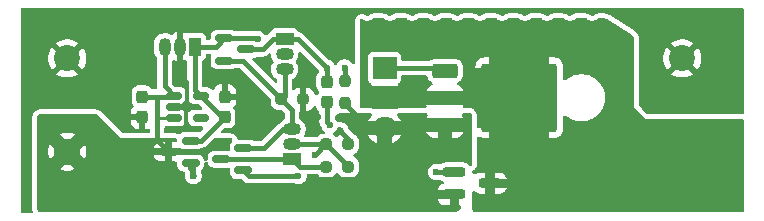
<source format=gbr>
%TF.GenerationSoftware,KiCad,Pcbnew,9.0.6*%
%TF.CreationDate,2025-11-17T11:05:33-05:00*%
%TF.ProjectId,vldo,766c646f-2e6b-4696-9361-645f70636258,0.1*%
%TF.SameCoordinates,Original*%
%TF.FileFunction,Copper,L1,Top*%
%TF.FilePolarity,Positive*%
%FSLAX46Y46*%
G04 Gerber Fmt 4.6, Leading zero omitted, Abs format (unit mm)*
G04 Created by KiCad (PCBNEW 9.0.6) date 2025-11-17 11:05:33*
%MOMM*%
%LPD*%
G01*
G04 APERTURE LIST*
G04 Aperture macros list*
%AMRoundRect*
0 Rectangle with rounded corners*
0 $1 Rounding radius*
0 $2 $3 $4 $5 $6 $7 $8 $9 X,Y pos of 4 corners*
0 Add a 4 corners polygon primitive as box body*
4,1,4,$2,$3,$4,$5,$6,$7,$8,$9,$2,$3,0*
0 Add four circle primitives for the rounded corners*
1,1,$1+$1,$2,$3*
1,1,$1+$1,$4,$5*
1,1,$1+$1,$6,$7*
1,1,$1+$1,$8,$9*
0 Add four rect primitives between the rounded corners*
20,1,$1+$1,$2,$3,$4,$5,0*
20,1,$1+$1,$4,$5,$6,$7,0*
20,1,$1+$1,$6,$7,$8,$9,0*
20,1,$1+$1,$8,$9,$2,$3,0*%
G04 Aperture macros list end*
%TA.AperFunction,ComponentPad*%
%ADD10C,2.200000*%
%TD*%
%TA.AperFunction,SMDPad,CuDef*%
%ADD11RoundRect,0.200000X-0.750000X-0.200000X0.750000X-0.200000X0.750000X0.200000X-0.750000X0.200000X0*%
%TD*%
%TA.AperFunction,SMDPad,CuDef*%
%ADD12RoundRect,0.237500X-0.250000X-0.237500X0.250000X-0.237500X0.250000X0.237500X-0.250000X0.237500X0*%
%TD*%
%TA.AperFunction,ComponentPad*%
%ADD13R,2.000000X1.905000*%
%TD*%
%TA.AperFunction,ComponentPad*%
%ADD14O,2.000000X1.905000*%
%TD*%
%TA.AperFunction,SMDPad,CuDef*%
%ADD15RoundRect,0.237500X0.237500X-0.250000X0.237500X0.250000X-0.237500X0.250000X-0.237500X-0.250000X0*%
%TD*%
%TA.AperFunction,SMDPad,CuDef*%
%ADD16RoundRect,0.250000X-0.850000X-0.350000X0.850000X-0.350000X0.850000X0.350000X-0.850000X0.350000X0*%
%TD*%
%TA.AperFunction,SMDPad,CuDef*%
%ADD17RoundRect,0.249997X-2.950003X-2.650003X2.950003X-2.650003X2.950003X2.650003X-2.950003X2.650003X0*%
%TD*%
%TA.AperFunction,SMDPad,CuDef*%
%ADD18RoundRect,0.150000X-0.512500X-0.150000X0.512500X-0.150000X0.512500X0.150000X-0.512500X0.150000X0*%
%TD*%
%TA.AperFunction,SMDPad,CuDef*%
%ADD19RoundRect,0.237500X0.237500X-0.300000X0.237500X0.300000X-0.237500X0.300000X-0.237500X-0.300000X0*%
%TD*%
%TA.AperFunction,ComponentPad*%
%ADD20R,1.050000X1.500000*%
%TD*%
%TA.AperFunction,ComponentPad*%
%ADD21O,1.050000X1.500000*%
%TD*%
%TA.AperFunction,SMDPad,CuDef*%
%ADD22RoundRect,0.150000X0.587500X0.150000X-0.587500X0.150000X-0.587500X-0.150000X0.587500X-0.150000X0*%
%TD*%
%TA.AperFunction,ComponentPad*%
%ADD23R,1.500000X1.050000*%
%TD*%
%TA.AperFunction,ComponentPad*%
%ADD24O,1.500000X1.050000*%
%TD*%
%TA.AperFunction,SMDPad,CuDef*%
%ADD25RoundRect,0.237500X-0.237500X0.300000X-0.237500X-0.300000X0.237500X-0.300000X0.237500X0.300000X0*%
%TD*%
%TA.AperFunction,SMDPad,CuDef*%
%ADD26RoundRect,0.150000X-0.587500X-0.150000X0.587500X-0.150000X0.587500X0.150000X-0.587500X0.150000X0*%
%TD*%
%TA.AperFunction,ViaPad*%
%ADD27C,0.600000*%
%TD*%
%TA.AperFunction,Conductor*%
%ADD28C,0.406400*%
%TD*%
%TA.AperFunction,Conductor*%
%ADD29C,0.304800*%
%TD*%
%TA.AperFunction,Conductor*%
%ADD30C,0.254000*%
%TD*%
G04 APERTURE END LIST*
D10*
%TO.P,J2,2,Pin_2*%
%TO.N,0*%
X163830000Y-73380000D03*
%TO.P,J2,1,Pin_1*%
%TO.N,/Vout*%
X163830000Y-81280000D03*
%TD*%
D11*
%TO.P,M4,1,G*%
%TO.N,/M1G*%
X144550000Y-82997000D03*
%TO.P,M4,2,S*%
%TO.N,Vin*%
X144550000Y-84897000D03*
%TO.P,M4,3,D*%
%TO.N,/Vout*%
X147550000Y-83947000D03*
%TD*%
D12*
%TO.P,R2,1*%
%TO.N,/Q12E*%
X129897500Y-76835000D03*
%TO.P,R2,2*%
%TO.N,0*%
X131722500Y-76835000D03*
%TD*%
D10*
%TO.P,J1,1,Pin_1*%
%TO.N,Vin*%
X111760000Y-81280000D03*
%TO.P,J1,2,Pin_2*%
%TO.N,0*%
X111760000Y-73380000D03*
%TD*%
D13*
%TO.P,M2,1,G*%
%TO.N,/M1G*%
X138634746Y-74168000D03*
D14*
%TO.P,M2,2,D*%
%TO.N,/Vout*%
X138634746Y-76708000D03*
%TO.P,M2,3,S*%
%TO.N,Vin*%
X138634746Y-79248000D03*
%TD*%
D15*
%TO.P,R1,1*%
%TO.N,Vin*%
X135255000Y-77112500D03*
%TO.P,R1,2*%
%TO.N,/M1G*%
X135255000Y-75287500D03*
%TD*%
D12*
%TO.P,R4,1*%
%TO.N,/Q2B*%
X133707500Y-80645000D03*
%TO.P,R4,2*%
%TO.N,0*%
X135532500Y-80645000D03*
%TD*%
D16*
%TO.P,M1,1,G*%
%TO.N,/M1G*%
X143732020Y-74428000D03*
%TO.P,M1,2,D*%
%TO.N,/Vout*%
X143732020Y-76708000D03*
D17*
X150032020Y-76708000D03*
D16*
%TO.P,M1,3,S*%
%TO.N,Vin*%
X143732020Y-78988000D03*
%TD*%
D18*
%TO.P,U1,1,IN*%
%TO.N,Vin*%
X120782500Y-76520000D03*
%TO.P,U1,2,GND*%
%TO.N,0*%
X120782500Y-77470000D03*
%TO.P,U1,3,EN*%
%TO.N,Vin*%
X120782500Y-78420000D03*
%TO.P,U1,4,NC*%
%TO.N,unconnected-(U1-NC-Pad4)*%
X123057500Y-78420000D03*
%TO.P,U1,5,OUT*%
%TO.N,Vldo*%
X123057500Y-76520000D03*
%TD*%
D19*
%TO.P,C1,1*%
%TO.N,/Vout*%
X133731000Y-77062500D03*
%TO.P,C1,2*%
%TO.N,/M1G*%
X133731000Y-75337500D03*
%TD*%
D20*
%TO.P,U4,1,VO*%
%TO.N,Vldo*%
X122555000Y-72390000D03*
D21*
%TO.P,U4,2,GND*%
%TO.N,0*%
X121285000Y-72390000D03*
%TO.P,U4,3,VI*%
%TO.N,Vin*%
X120015000Y-72390000D03*
%TD*%
D22*
%TO.P,U3,1,GND*%
%TO.N,0*%
X122222500Y-82230000D03*
%TO.P,U3,2,VO*%
%TO.N,Vldo*%
X122222500Y-80330000D03*
%TO.P,U3,3,VI*%
%TO.N,Vin*%
X120347500Y-81280000D03*
%TD*%
%TO.P,Q4,1,B*%
%TO.N,/Q2B*%
X126667500Y-82865000D03*
%TO.P,Q4,2,E*%
%TO.N,/Q12E*%
X126667500Y-80965000D03*
%TO.P,Q4,3,C*%
%TO.N,/Vout*%
X124792500Y-81915000D03*
%TD*%
D23*
%TO.P,Q1,1,C*%
%TO.N,/M1G*%
X130175000Y-71755000D03*
D24*
%TO.P,Q1,2,B*%
%TO.N,Vldo*%
X130175000Y-73025000D03*
%TO.P,Q1,3,E*%
%TO.N,/Q12E*%
X130175000Y-74295000D03*
%TD*%
D25*
%TO.P,C3,1*%
%TO.N,Vin*%
X118110000Y-76607500D03*
%TO.P,C3,2*%
%TO.N,0*%
X118110000Y-78332500D03*
%TD*%
D19*
%TO.P,C2,1*%
%TO.N,Vldo*%
X125095000Y-78332500D03*
%TO.P,C2,2*%
%TO.N,0*%
X125095000Y-76607500D03*
%TD*%
D26*
%TO.P,Q3,1,B*%
%TO.N,Vldo*%
X125046500Y-71667714D03*
%TO.P,Q3,2,E*%
%TO.N,/Q12E*%
X125046500Y-73567714D03*
%TO.P,Q3,3,C*%
%TO.N,/M1G*%
X126921500Y-72617714D03*
%TD*%
D23*
%TO.P,Q2,1,C*%
%TO.N,/Vout*%
X130810000Y-81915000D03*
D24*
%TO.P,Q2,2,B*%
%TO.N,/Q2B*%
X130810000Y-80645000D03*
%TO.P,Q2,3,E*%
%TO.N,/Q12E*%
X130810000Y-79375000D03*
%TD*%
D12*
%TO.P,R3,1*%
%TO.N,/Vout*%
X133707500Y-82550000D03*
%TO.P,R3,2*%
%TO.N,/Q2B*%
X135532500Y-82550000D03*
%TD*%
D27*
%TO.N,/M1G*%
X143002000Y-82997000D03*
%TO.N,Vldo*%
X127889000Y-71755000D03*
%TO.N,0*%
X128397000Y-73914000D03*
X154305000Y-69469000D03*
X110490000Y-69469000D03*
X160020000Y-69469000D03*
X144780000Y-69469000D03*
X126746000Y-78613000D03*
X126111000Y-74803000D03*
X118110000Y-69469000D03*
X135255000Y-69469000D03*
X140970000Y-69469000D03*
X123825000Y-69469000D03*
X167640000Y-69469000D03*
X121920000Y-69469000D03*
X131445000Y-69469000D03*
X131699000Y-73914000D03*
X116205000Y-69469000D03*
X121793000Y-79248000D03*
X124206000Y-74803000D03*
X108585000Y-69469000D03*
X134874000Y-79502000D03*
X165735000Y-69469000D03*
X164465000Y-76200000D03*
X167640000Y-71120000D03*
X148590000Y-69469000D03*
X129540000Y-69469000D03*
X156210000Y-69469000D03*
X152400000Y-69469000D03*
X162560000Y-76200000D03*
X167640000Y-74930000D03*
X160655000Y-76200000D03*
X108585000Y-76200000D03*
X161925000Y-69469000D03*
X166370000Y-76200000D03*
X150495000Y-69469000D03*
X146685000Y-69469000D03*
X132969000Y-78359000D03*
X112395000Y-69469000D03*
X112395000Y-76200000D03*
X121793000Y-75438000D03*
X114300000Y-76200000D03*
X125730000Y-69469000D03*
X120015000Y-69469000D03*
X126746000Y-76708000D03*
X137160000Y-69469000D03*
X133350000Y-69469000D03*
X114300000Y-69469000D03*
X110490000Y-76200000D03*
X127635000Y-69469000D03*
X139065000Y-69469000D03*
X163830000Y-69469000D03*
X167640000Y-73025000D03*
X116205000Y-76200000D03*
X131953000Y-78359000D03*
X116205000Y-78105000D03*
X122428000Y-83312000D03*
X158115000Y-69469000D03*
X142875000Y-69469000D03*
%TO.N,/Q2B*%
X131318000Y-83312000D03*
X132715000Y-81534000D03*
%TO.N,/Vout*%
X147955000Y-77470000D03*
X150495000Y-76200000D03*
X147955000Y-78740000D03*
X149225000Y-76200000D03*
X151765000Y-78740000D03*
X147955000Y-74930000D03*
X151765000Y-76200000D03*
X151765000Y-77470000D03*
X149225000Y-74930000D03*
X149225000Y-78740000D03*
X133992544Y-79001544D03*
X150495000Y-74930000D03*
X149225000Y-77470000D03*
X150495000Y-78740000D03*
X150495000Y-77470000D03*
X147955000Y-76200000D03*
X151765000Y-74930000D03*
%TO.N,/M1G*%
X135255000Y-74168000D03*
X133731000Y-74168000D03*
%TD*%
D28*
%TO.N,/M1G*%
X143002000Y-82997000D02*
X144550000Y-82997000D01*
X144423000Y-82870000D02*
X144550000Y-82997000D01*
%TO.N,Vldo*%
X124870000Y-78332500D02*
X125095000Y-78332500D01*
X123057500Y-76520000D02*
X124870000Y-78332500D01*
X125046500Y-71667714D02*
X124324214Y-72390000D01*
X122555000Y-72390000D02*
X122555000Y-76017500D01*
X127801714Y-71667714D02*
X127889000Y-71755000D01*
X125046500Y-71667714D02*
X127801714Y-71667714D01*
X123097500Y-80330000D02*
X125095000Y-78332500D01*
X122555000Y-76017500D02*
X123057500Y-76520000D01*
X124324214Y-72390000D02*
X122555000Y-72390000D01*
X122222500Y-80330000D02*
X123097500Y-80330000D01*
D29*
%TO.N,0*%
X121798400Y-77823401D02*
X121444999Y-77470000D01*
X121798400Y-79242600D02*
X121798400Y-77823401D01*
X121920000Y-76994999D02*
X121444999Y-77470000D01*
D28*
X135532500Y-80160500D02*
X135532500Y-80645000D01*
D29*
X121920000Y-75565000D02*
X121920000Y-76994999D01*
X121793000Y-79248000D02*
X121798400Y-79242600D01*
D28*
X122428000Y-83312000D02*
X122428000Y-82435500D01*
X134874000Y-79502000D02*
X135532500Y-80160500D01*
D29*
X121444999Y-77470000D02*
X120782500Y-77470000D01*
X121793000Y-75438000D02*
X121920000Y-75565000D01*
D28*
X122428000Y-82435500D02*
X122222500Y-82230000D01*
%TO.N,Vin*%
X119380000Y-80312500D02*
X119380000Y-78359000D01*
X137287000Y-79248000D02*
X138634746Y-79248000D01*
D30*
X119441000Y-78420000D02*
X119380000Y-78359000D01*
D28*
X120347500Y-81280000D02*
X120347500Y-81205000D01*
X120015000Y-72390000D02*
X120015000Y-75752500D01*
X135255000Y-77112500D02*
X135255000Y-77216000D01*
D30*
X120782500Y-78420000D02*
X119441000Y-78420000D01*
D28*
X120695000Y-76607500D02*
X120782500Y-76520000D01*
X135255000Y-77216000D02*
X137287000Y-79248000D01*
X119380000Y-78359000D02*
X119380000Y-76607500D01*
X118110000Y-76607500D02*
X119380000Y-76607500D01*
X120015000Y-75752500D02*
X120782500Y-76520000D01*
X120347500Y-81280000D02*
X119380000Y-80312500D01*
X119380000Y-76607500D02*
X120695000Y-76607500D01*
%TO.N,/Q12E*%
X130175000Y-74295000D02*
X130175000Y-76557500D01*
X126630214Y-73567714D02*
X129897500Y-76835000D01*
X130048000Y-79375000D02*
X128458000Y-80965000D01*
X130810000Y-79375000D02*
X130048000Y-79375000D01*
X130810000Y-77747500D02*
X129897500Y-76835000D01*
X130175000Y-76557500D02*
X129897500Y-76835000D01*
X130810000Y-79375000D02*
X130810000Y-77747500D01*
X125046500Y-73567714D02*
X126630214Y-73567714D01*
X128458000Y-80965000D02*
X126667500Y-80965000D01*
%TO.N,/Q2B*%
X135532500Y-82470000D02*
X133707500Y-80645000D01*
X131318000Y-83312000D02*
X127114500Y-83312000D01*
X127114500Y-83312000D02*
X126667500Y-82865000D01*
X133707500Y-80645000D02*
X133604000Y-80645000D01*
X130810000Y-80645000D02*
X133707500Y-80645000D01*
X133604000Y-80645000D02*
X132715000Y-81534000D01*
X135532500Y-82550000D02*
X135532500Y-82470000D01*
%TO.N,/Vout*%
X130810000Y-81915000D02*
X131445000Y-82550000D01*
X133731000Y-77062500D02*
X133731000Y-78740000D01*
X133731000Y-78740000D02*
X133992544Y-79001544D01*
X131445000Y-82550000D02*
X133707500Y-82550000D01*
X124792500Y-81915000D02*
X130810000Y-81915000D01*
%TO.N,/M1G*%
X130175000Y-71755000D02*
X131318000Y-71755000D01*
X129159000Y-71755000D02*
X130175000Y-71755000D01*
X138634746Y-74168000D02*
X143472020Y-74168000D01*
X128296286Y-72617714D02*
X129159000Y-71755000D01*
X143472020Y-74168000D02*
X143732020Y-74428000D01*
X133985000Y-75337500D02*
X133731000Y-75337500D01*
X135255000Y-75287500D02*
X135255000Y-74168000D01*
X126921500Y-72617714D02*
X128296286Y-72617714D01*
X131318000Y-71755000D02*
X133731000Y-74168000D01*
X133731000Y-74168000D02*
X133731000Y-75337500D01*
X134035000Y-75287500D02*
X133985000Y-75337500D01*
%TD*%
%TA.AperFunction,Conductor*%
%TO.N,Vin*%
G36*
X137488975Y-78011284D02*
G01*
X137544391Y-78066700D01*
X137564675Y-78142400D01*
X137544391Y-78218100D01*
X137520331Y-78249456D01*
X137473238Y-78296548D01*
X137473233Y-78296553D01*
X137338118Y-78482524D01*
X137258697Y-78638400D01*
X140010795Y-78638400D01*
X139931373Y-78482524D01*
X139796258Y-78296553D01*
X139749161Y-78249456D01*
X139709976Y-78181585D01*
X139709976Y-78103215D01*
X139749161Y-78035344D01*
X139817032Y-77996159D01*
X139856217Y-77991000D01*
X142119232Y-77991000D01*
X142194932Y-78011284D01*
X142250348Y-78066700D01*
X142270632Y-78142400D01*
X142250348Y-78218100D01*
X142248092Y-78221881D01*
X142190361Y-78315477D01*
X142166331Y-78388000D01*
X145297709Y-78388000D01*
X145273678Y-78315477D01*
X145215948Y-78221881D01*
X145193472Y-78146803D01*
X145211546Y-78070545D01*
X145265327Y-78013540D01*
X145340405Y-77991064D01*
X145344808Y-77991000D01*
X145834888Y-77991000D01*
X145854141Y-77996159D01*
X145874073Y-77996159D01*
X145891334Y-78006125D01*
X145910588Y-78011284D01*
X145941944Y-78035344D01*
X146005656Y-78099056D01*
X146044841Y-78166927D01*
X146050000Y-78206112D01*
X146050000Y-82331466D01*
X146029716Y-82407166D01*
X145974300Y-82462582D01*
X145898600Y-82482866D01*
X145822900Y-82462582D01*
X145778487Y-82423633D01*
X145732848Y-82364156D01*
X145732845Y-82364153D01*
X145669457Y-82315514D01*
X145606069Y-82266874D01*
X145606065Y-82266872D01*
X145606061Y-82266870D01*
X145458433Y-82205720D01*
X145339780Y-82190100D01*
X143760220Y-82190100D01*
X143641567Y-82205720D01*
X143641564Y-82205721D01*
X143493938Y-82266870D01*
X143493929Y-82266875D01*
X143420457Y-82323252D01*
X143348052Y-82353242D01*
X143270354Y-82343012D01*
X143208199Y-82317266D01*
X143071624Y-82290100D01*
X142932376Y-82290100D01*
X142795803Y-82317266D01*
X142667155Y-82370554D01*
X142667152Y-82370556D01*
X142551383Y-82447910D01*
X142551377Y-82447915D01*
X142452915Y-82546377D01*
X142452910Y-82546383D01*
X142375556Y-82662152D01*
X142375554Y-82662155D01*
X142322266Y-82790803D01*
X142295100Y-82927376D01*
X142295100Y-83066623D01*
X142322266Y-83203196D01*
X142375554Y-83331844D01*
X142375556Y-83331847D01*
X142452910Y-83447616D01*
X142452915Y-83447622D01*
X142551377Y-83546084D01*
X142551383Y-83546089D01*
X142667152Y-83623443D01*
X142667155Y-83623445D01*
X142667156Y-83623445D01*
X142667157Y-83623446D01*
X142795805Y-83676734D01*
X142932376Y-83703900D01*
X143071624Y-83703900D01*
X143208195Y-83676734D01*
X143270354Y-83650986D01*
X143301067Y-83646942D01*
X143331133Y-83639489D01*
X143338391Y-83642028D01*
X143348052Y-83640757D01*
X143406439Y-83661189D01*
X143413715Y-83665574D01*
X143493931Y-83727126D01*
X143564033Y-83756163D01*
X143573753Y-83762021D01*
X143593330Y-83782347D01*
X143615720Y-83799527D01*
X143620128Y-83810171D01*
X143628120Y-83818468D01*
X143634910Y-83845857D01*
X143645711Y-83871932D01*
X143644207Y-83883354D01*
X143646979Y-83894535D01*
X143639164Y-83921653D01*
X143635481Y-83949632D01*
X143628469Y-83958770D01*
X143625279Y-83969841D01*
X143604952Y-83989418D01*
X143587773Y-84011808D01*
X143574634Y-84018619D01*
X143568832Y-84024208D01*
X143559292Y-84026573D01*
X143540650Y-84036238D01*
X143507299Y-84046630D01*
X143507288Y-84046636D01*
X143360158Y-84135579D01*
X143238579Y-84257158D01*
X143149636Y-84404288D01*
X143149630Y-84404301D01*
X143120743Y-84496998D01*
X143120745Y-84497000D01*
X144398600Y-84497000D01*
X144474300Y-84517284D01*
X144529716Y-84572700D01*
X144550000Y-84648400D01*
X144550000Y-84897000D01*
X144798600Y-84897000D01*
X144874300Y-84917284D01*
X144929716Y-84972700D01*
X144950000Y-85048400D01*
X144950000Y-85804999D01*
X144969489Y-85804999D01*
X144988742Y-85810158D01*
X145008675Y-85810158D01*
X145025937Y-85820124D01*
X145045189Y-85825283D01*
X145059282Y-85839376D01*
X145076545Y-85849343D01*
X145086511Y-85866605D01*
X145100605Y-85880699D01*
X145105763Y-85899952D01*
X145115730Y-85917214D01*
X145115730Y-85937145D01*
X145120889Y-85956399D01*
X145115730Y-85975652D01*
X145115730Y-85995585D01*
X145105763Y-86012847D01*
X145100605Y-86032099D01*
X145076545Y-86063455D01*
X144909056Y-86230943D01*
X144859938Y-86263762D01*
X144655422Y-86348475D01*
X144597486Y-86360000D01*
X109435112Y-86360000D01*
X109359412Y-86339716D01*
X109328056Y-86315656D01*
X109264344Y-86251944D01*
X109225159Y-86184073D01*
X109220000Y-86144888D01*
X109220000Y-85297001D01*
X143120743Y-85297001D01*
X143149630Y-85389698D01*
X143149636Y-85389711D01*
X143238579Y-85536841D01*
X143238580Y-85536843D01*
X143360157Y-85658420D01*
X143507288Y-85747363D01*
X143507295Y-85747367D01*
X143671441Y-85798517D01*
X143671444Y-85798518D01*
X143742779Y-85804999D01*
X144150000Y-85804999D01*
X144150000Y-85297000D01*
X143120745Y-85297000D01*
X143120743Y-85297001D01*
X109220000Y-85297001D01*
X109220000Y-81153442D01*
X110152000Y-81153442D01*
X110152000Y-81406557D01*
X110191595Y-81656543D01*
X110269806Y-81897255D01*
X110273463Y-81904430D01*
X110860000Y-81317893D01*
X110860000Y-81368642D01*
X110894586Y-81542520D01*
X110962430Y-81706310D01*
X111060924Y-81853717D01*
X111186283Y-81979076D01*
X111333690Y-82077570D01*
X111497480Y-82145414D01*
X111671358Y-82180000D01*
X111722104Y-82180000D01*
X111135567Y-82766536D01*
X111142739Y-82770191D01*
X111383456Y-82848404D01*
X111633442Y-82887999D01*
X111633449Y-82888000D01*
X111886551Y-82888000D01*
X111886557Y-82887999D01*
X112136543Y-82848404D01*
X112377257Y-82770191D01*
X112384430Y-82766535D01*
X111797896Y-82180000D01*
X111848642Y-82180000D01*
X112022520Y-82145414D01*
X112186310Y-82077570D01*
X112333717Y-81979076D01*
X112459076Y-81853717D01*
X112557570Y-81706310D01*
X112625414Y-81542520D01*
X112660000Y-81368642D01*
X112660000Y-81317895D01*
X113246535Y-81904430D01*
X113250191Y-81897257D01*
X113328403Y-81656544D01*
X113340528Y-81580000D01*
X119118372Y-81580000D01*
X119151316Y-81693396D01*
X119151317Y-81693398D01*
X119235942Y-81836493D01*
X119235945Y-81836497D01*
X119353502Y-81954054D01*
X119353506Y-81954057D01*
X119496600Y-82038682D01*
X119496604Y-82038683D01*
X119656240Y-82085063D01*
X119656247Y-82085064D01*
X119693537Y-82087999D01*
X120047500Y-82087999D01*
X120047500Y-81580000D01*
X119118372Y-81580000D01*
X113340528Y-81580000D01*
X113349096Y-81525907D01*
X113349096Y-81525905D01*
X113367999Y-81406559D01*
X113368000Y-81406550D01*
X113368000Y-81153449D01*
X113367999Y-81153440D01*
X113349096Y-81034091D01*
X113340528Y-80979999D01*
X119118371Y-80979999D01*
X119118372Y-80980000D01*
X120047500Y-80980000D01*
X120047500Y-80472000D01*
X119693550Y-80472000D01*
X119693540Y-80472001D01*
X119656246Y-80474935D01*
X119656243Y-80474935D01*
X119496604Y-80521316D01*
X119496600Y-80521317D01*
X119353506Y-80605942D01*
X119353502Y-80605945D01*
X119235945Y-80723502D01*
X119235942Y-80723506D01*
X119151317Y-80866601D01*
X119151316Y-80866603D01*
X119118371Y-80979999D01*
X113340528Y-80979999D01*
X113328403Y-80903455D01*
X113250191Y-80662740D01*
X113250191Y-80662739D01*
X113246536Y-80655567D01*
X112660000Y-81242103D01*
X112660000Y-81191358D01*
X112625414Y-81017480D01*
X112557570Y-80853690D01*
X112459076Y-80706283D01*
X112333717Y-80580924D01*
X112186310Y-80482430D01*
X112022520Y-80414586D01*
X111848642Y-80380000D01*
X111797893Y-80380000D01*
X112384430Y-79793463D01*
X112377254Y-79789806D01*
X112377255Y-79789806D01*
X112136543Y-79711595D01*
X111886557Y-79672000D01*
X111633442Y-79672000D01*
X111383456Y-79711595D01*
X111142741Y-79789808D01*
X111142736Y-79789810D01*
X111135568Y-79793462D01*
X111135568Y-79793463D01*
X111722105Y-80380000D01*
X111671358Y-80380000D01*
X111497480Y-80414586D01*
X111333690Y-80482430D01*
X111186283Y-80580924D01*
X111060924Y-80706283D01*
X110962430Y-80853690D01*
X110894586Y-81017480D01*
X110860000Y-81191358D01*
X110860000Y-81242105D01*
X110273463Y-80655568D01*
X110273462Y-80655568D01*
X110269810Y-80662736D01*
X110269808Y-80662741D01*
X110191595Y-80903456D01*
X110152000Y-81153442D01*
X109220000Y-81153442D01*
X109220000Y-78320112D01*
X109225159Y-78300858D01*
X109225159Y-78280927D01*
X109235125Y-78263665D01*
X109240284Y-78244412D01*
X109264344Y-78213056D01*
X109328056Y-78149344D01*
X109395927Y-78110159D01*
X109435112Y-78105000D01*
X114117486Y-78105000D01*
X114175423Y-78116524D01*
X114379940Y-78201238D01*
X114429056Y-78234056D01*
X116332000Y-80137000D01*
X116332001Y-80137000D01*
X120926700Y-80137000D01*
X121002400Y-80157284D01*
X121057816Y-80212700D01*
X121078100Y-80288400D01*
X121078100Y-80320600D01*
X121057816Y-80396300D01*
X121002400Y-80451716D01*
X120926700Y-80472000D01*
X120647500Y-80472000D01*
X120647500Y-80980000D01*
X121356096Y-80980000D01*
X121411637Y-80990556D01*
X121501903Y-81026152D01*
X121501906Y-81026153D01*
X121591399Y-81036900D01*
X122853600Y-81036899D01*
X122853604Y-81036899D01*
X122913262Y-81029735D01*
X122943094Y-81026153D01*
X123085509Y-80969992D01*
X123085973Y-80969639D01*
X123087503Y-80968870D01*
X123094532Y-80964918D01*
X123094714Y-80965243D01*
X123135143Y-80944909D01*
X123151665Y-80940100D01*
X123157590Y-80940100D01*
X123275460Y-80916655D01*
X123370011Y-80877490D01*
X123386491Y-80870664D01*
X123486416Y-80803896D01*
X123571396Y-80718916D01*
X124108968Y-80181344D01*
X124176839Y-80142159D01*
X124216024Y-80137000D01*
X125602203Y-80137000D01*
X125677903Y-80157284D01*
X125733319Y-80212700D01*
X125753603Y-80288400D01*
X125733319Y-80364100D01*
X125693685Y-80409035D01*
X125688780Y-80412755D01*
X125682509Y-80417510D01*
X125590007Y-80539491D01*
X125533847Y-80681903D01*
X125533846Y-80681910D01*
X125523100Y-80771395D01*
X125523100Y-81056700D01*
X125502816Y-81132400D01*
X125447400Y-81187816D01*
X125371700Y-81208100D01*
X124161395Y-81208100D01*
X124071907Y-81218846D01*
X124071906Y-81218846D01*
X123929491Y-81275007D01*
X123807510Y-81367509D01*
X123807509Y-81367510D01*
X123715007Y-81489491D01*
X123658847Y-81631903D01*
X123658846Y-81631910D01*
X123648100Y-81721395D01*
X123648100Y-81890612D01*
X123627816Y-81966312D01*
X123572400Y-82021728D01*
X123496700Y-82042012D01*
X123421000Y-82021728D01*
X123365584Y-81966312D01*
X123355856Y-81946153D01*
X123343335Y-81914403D01*
X123299992Y-81804491D01*
X123207490Y-81682510D01*
X123140760Y-81631906D01*
X123085508Y-81590007D01*
X122943096Y-81533847D01*
X122943089Y-81533846D01*
X122853604Y-81523100D01*
X121591395Y-81523100D01*
X121501907Y-81533846D01*
X121501906Y-81533846D01*
X121411637Y-81569444D01*
X121356096Y-81580000D01*
X120647500Y-81580000D01*
X120647500Y-82087999D01*
X120926700Y-82087999D01*
X121002400Y-82108283D01*
X121057816Y-82163699D01*
X121078100Y-82239398D01*
X121078100Y-82423604D01*
X121088846Y-82513092D01*
X121088846Y-82513093D01*
X121145007Y-82655508D01*
X121157059Y-82671400D01*
X121237510Y-82777490D01*
X121359491Y-82869992D01*
X121501906Y-82926153D01*
X121591399Y-82936900D01*
X121597370Y-82936899D01*
X121673069Y-82957176D01*
X121728490Y-83012587D01*
X121748781Y-83088285D01*
X121745872Y-83117835D01*
X121728893Y-83203196D01*
X121721100Y-83242376D01*
X121721100Y-83381624D01*
X121721494Y-83383603D01*
X121748266Y-83518196D01*
X121801554Y-83646844D01*
X121801556Y-83646847D01*
X121878910Y-83762616D01*
X121878915Y-83762622D01*
X121977377Y-83861084D01*
X121977383Y-83861089D01*
X122093152Y-83938443D01*
X122093155Y-83938445D01*
X122093156Y-83938445D01*
X122093157Y-83938446D01*
X122221805Y-83991734D01*
X122358376Y-84018900D01*
X122497624Y-84018900D01*
X122634195Y-83991734D01*
X122762843Y-83938446D01*
X122878622Y-83861085D01*
X122977085Y-83762622D01*
X123054446Y-83646843D01*
X123107734Y-83518195D01*
X123134900Y-83381624D01*
X123134900Y-83242376D01*
X123107734Y-83105805D01*
X123072811Y-83021495D01*
X123062582Y-82943798D01*
X123092572Y-82871393D01*
X123121206Y-82842922D01*
X123151579Y-82819888D01*
X123207490Y-82777490D01*
X123299992Y-82655509D01*
X123356153Y-82513094D01*
X123366900Y-82423601D01*
X123366899Y-82254385D01*
X123387182Y-82178688D01*
X123442598Y-82123271D01*
X123518298Y-82102987D01*
X123593998Y-82123270D01*
X123649415Y-82178686D01*
X123659143Y-82198845D01*
X123715007Y-82340509D01*
X123807509Y-82462489D01*
X123807510Y-82462490D01*
X123929491Y-82554992D01*
X124053807Y-82604016D01*
X124071906Y-82611153D01*
X124161399Y-82621900D01*
X125371700Y-82621899D01*
X125447400Y-82642183D01*
X125502816Y-82697599D01*
X125523100Y-82773298D01*
X125523100Y-83058604D01*
X125533846Y-83148092D01*
X125533846Y-83148093D01*
X125590007Y-83290508D01*
X125682509Y-83412489D01*
X125682510Y-83412490D01*
X125804491Y-83504992D01*
X125908693Y-83546084D01*
X125946906Y-83561153D01*
X126036399Y-83571900D01*
X126448875Y-83571899D01*
X126524575Y-83592183D01*
X126555931Y-83616243D01*
X126725584Y-83785896D01*
X126825505Y-83852662D01*
X126825507Y-83852663D01*
X126825509Y-83852664D01*
X126936540Y-83898654D01*
X127054410Y-83922100D01*
X127174590Y-83922100D01*
X130914652Y-83922100D01*
X130975558Y-83937356D01*
X130976286Y-83935600D01*
X130983157Y-83938446D01*
X131111805Y-83991734D01*
X131248376Y-84018900D01*
X131387624Y-84018900D01*
X131524195Y-83991734D01*
X131652843Y-83938446D01*
X131768622Y-83861085D01*
X131867085Y-83762622D01*
X131944446Y-83646843D01*
X131997734Y-83518195D01*
X132024900Y-83381624D01*
X132024900Y-83311500D01*
X132045184Y-83235800D01*
X132100600Y-83180384D01*
X132176300Y-83160100D01*
X132856068Y-83160100D01*
X132931768Y-83180384D01*
X132963124Y-83204444D01*
X133059403Y-83300723D01*
X133199544Y-83383602D01*
X133199546Y-83383602D01*
X133199547Y-83383603D01*
X133355881Y-83429022D01*
X133355882Y-83429022D01*
X133355892Y-83429025D01*
X133392421Y-83431900D01*
X134022578Y-83431899D01*
X134059108Y-83429025D01*
X134215456Y-83383602D01*
X134355597Y-83300723D01*
X134470723Y-83185597D01*
X134489683Y-83153538D01*
X134545675Y-83098704D01*
X134621583Y-83079213D01*
X134697067Y-83100288D01*
X134750317Y-83153538D01*
X134769272Y-83185590D01*
X134769277Y-83185597D01*
X134884403Y-83300723D01*
X135024544Y-83383602D01*
X135024546Y-83383602D01*
X135024547Y-83383603D01*
X135180881Y-83429022D01*
X135180882Y-83429022D01*
X135180892Y-83429025D01*
X135217421Y-83431900D01*
X135847578Y-83431899D01*
X135884108Y-83429025D01*
X136040456Y-83383602D01*
X136180597Y-83300723D01*
X136295723Y-83185597D01*
X136378602Y-83045456D01*
X136424025Y-82889108D01*
X136426900Y-82852579D01*
X136426899Y-82247422D01*
X136424025Y-82210892D01*
X136378602Y-82054544D01*
X136359195Y-82021728D01*
X136295725Y-81914406D01*
X136295722Y-81914402D01*
X136180597Y-81799277D01*
X136180593Y-81799274D01*
X136098747Y-81750871D01*
X136059763Y-81727816D01*
X136004931Y-81671824D01*
X135985440Y-81595915D01*
X136006515Y-81520432D01*
X136059763Y-81467183D01*
X136180597Y-81395723D01*
X136295723Y-81280597D01*
X136378602Y-81140456D01*
X136424025Y-80984108D01*
X136426900Y-80947579D01*
X136426899Y-80342422D01*
X136424025Y-80305892D01*
X136378602Y-80149544D01*
X136295723Y-80009403D01*
X136180597Y-79894277D01*
X136118579Y-79857600D01*
X137258697Y-79857600D01*
X137338118Y-80013475D01*
X137473233Y-80199446D01*
X137635799Y-80362012D01*
X137821770Y-80497127D01*
X138025146Y-80600751D01*
X138025146Y-80600750D01*
X139244346Y-80600750D01*
X139447721Y-80497127D01*
X139633692Y-80362012D01*
X139796258Y-80199446D01*
X139931373Y-80013475D01*
X140010795Y-79857600D01*
X139244346Y-79857600D01*
X139244346Y-80600750D01*
X138025146Y-80600750D01*
X138025146Y-79857600D01*
X137258697Y-79857600D01*
X136118579Y-79857600D01*
X136051200Y-79817752D01*
X136045040Y-79813212D01*
X136033165Y-79798341D01*
X136008981Y-79775452D01*
X136006396Y-79771584D01*
X135921416Y-79686604D01*
X135590616Y-79355804D01*
X135558339Y-79301948D01*
X135556581Y-79302677D01*
X135503939Y-79175591D01*
X138084746Y-79175591D01*
X138084746Y-79320409D01*
X138122228Y-79460292D01*
X138194636Y-79585708D01*
X138297038Y-79688110D01*
X138422454Y-79760518D01*
X138562337Y-79798000D01*
X138707155Y-79798000D01*
X138847038Y-79760518D01*
X138972454Y-79688110D01*
X139072564Y-79588000D01*
X142166331Y-79588000D01*
X142190362Y-79660526D01*
X142283383Y-79811336D01*
X142283386Y-79811340D01*
X142408679Y-79936633D01*
X142408683Y-79936636D01*
X142559495Y-80029658D01*
X142559501Y-80029660D01*
X142727695Y-80085393D01*
X142727696Y-80085394D01*
X142831509Y-80096000D01*
X143132020Y-80096000D01*
X144332020Y-80096000D01*
X144632531Y-80096000D01*
X144736343Y-80085394D01*
X144736344Y-80085393D01*
X144904538Y-80029660D01*
X144904544Y-80029658D01*
X145055356Y-79936636D01*
X145055360Y-79936633D01*
X145180653Y-79811340D01*
X145180656Y-79811336D01*
X145273677Y-79660526D01*
X145297709Y-79588000D01*
X144332020Y-79588000D01*
X144332020Y-80096000D01*
X143132020Y-80096000D01*
X143132020Y-79588000D01*
X142166331Y-79588000D01*
X139072564Y-79588000D01*
X139074856Y-79585708D01*
X139147264Y-79460292D01*
X139184746Y-79320409D01*
X139184746Y-79175591D01*
X139147264Y-79035708D01*
X139074856Y-78910292D01*
X138972454Y-78807890D01*
X138847038Y-78735482D01*
X138707155Y-78698000D01*
X138562337Y-78698000D01*
X138422454Y-78735482D01*
X138297038Y-78807890D01*
X138194636Y-78910292D01*
X138122228Y-79035708D01*
X138084746Y-79175591D01*
X135503939Y-79175591D01*
X135500445Y-79167155D01*
X135500443Y-79167152D01*
X135423089Y-79051383D01*
X135423084Y-79051377D01*
X135324622Y-78952915D01*
X135324616Y-78952910D01*
X135208847Y-78875556D01*
X135208844Y-78875554D01*
X135080196Y-78822266D01*
X134943624Y-78795100D01*
X134804376Y-78795100D01*
X134804371Y-78795100D01*
X134804082Y-78795158D01*
X134803905Y-78795146D01*
X134796975Y-78795829D01*
X134796862Y-78794683D01*
X134725880Y-78790022D01*
X134660723Y-78746474D01*
X134634690Y-78704604D01*
X134618990Y-78666701D01*
X134610560Y-78654085D01*
X134541633Y-78550927D01*
X134541628Y-78550921D01*
X134464909Y-78474202D01*
X134425724Y-78406331D01*
X134425724Y-78327961D01*
X134464907Y-78260092D01*
X134604946Y-78120053D01*
X134654053Y-78087241D01*
X134858580Y-78002523D01*
X134916514Y-77991000D01*
X137413275Y-77991000D01*
X137488975Y-78011284D01*
G37*
%TD.AperFunction*%
%TD*%
%TA.AperFunction,Conductor*%
%TO.N,/Vout*%
G36*
X138586281Y-69997284D02*
G01*
X138608091Y-70014019D01*
X138608628Y-70013366D01*
X138614383Y-70018089D01*
X138730152Y-70095443D01*
X138730155Y-70095445D01*
X138730156Y-70095445D01*
X138730157Y-70095446D01*
X138858805Y-70148734D01*
X138995376Y-70175900D01*
X139134624Y-70175900D01*
X139271195Y-70148734D01*
X139399843Y-70095446D01*
X139515622Y-70018085D01*
X139515627Y-70018079D01*
X139521372Y-70013366D01*
X139522918Y-70015250D01*
X139580234Y-69982159D01*
X139619419Y-69977000D01*
X140415581Y-69977000D01*
X140491281Y-69997284D01*
X140513091Y-70014019D01*
X140513628Y-70013366D01*
X140519383Y-70018089D01*
X140635152Y-70095443D01*
X140635155Y-70095445D01*
X140635156Y-70095445D01*
X140635157Y-70095446D01*
X140763805Y-70148734D01*
X140900376Y-70175900D01*
X141039624Y-70175900D01*
X141176195Y-70148734D01*
X141304843Y-70095446D01*
X141420622Y-70018085D01*
X141420627Y-70018079D01*
X141426372Y-70013366D01*
X141427918Y-70015250D01*
X141485234Y-69982159D01*
X141524419Y-69977000D01*
X142320581Y-69977000D01*
X142396281Y-69997284D01*
X142418091Y-70014019D01*
X142418628Y-70013366D01*
X142424383Y-70018089D01*
X142540152Y-70095443D01*
X142540155Y-70095445D01*
X142540156Y-70095445D01*
X142540157Y-70095446D01*
X142668805Y-70148734D01*
X142805376Y-70175900D01*
X142944624Y-70175900D01*
X143081195Y-70148734D01*
X143209843Y-70095446D01*
X143325622Y-70018085D01*
X143325627Y-70018079D01*
X143331372Y-70013366D01*
X143332918Y-70015250D01*
X143390234Y-69982159D01*
X143429419Y-69977000D01*
X144225581Y-69977000D01*
X144301281Y-69997284D01*
X144323091Y-70014019D01*
X144323628Y-70013366D01*
X144329383Y-70018089D01*
X144445152Y-70095443D01*
X144445155Y-70095445D01*
X144445156Y-70095445D01*
X144445157Y-70095446D01*
X144573805Y-70148734D01*
X144710376Y-70175900D01*
X144849624Y-70175900D01*
X144986195Y-70148734D01*
X145114843Y-70095446D01*
X145230622Y-70018085D01*
X145230627Y-70018079D01*
X145236372Y-70013366D01*
X145237918Y-70015250D01*
X145295234Y-69982159D01*
X145334419Y-69977000D01*
X146130581Y-69977000D01*
X146206281Y-69997284D01*
X146228091Y-70014019D01*
X146228628Y-70013366D01*
X146234383Y-70018089D01*
X146350152Y-70095443D01*
X146350155Y-70095445D01*
X146350156Y-70095445D01*
X146350157Y-70095446D01*
X146478805Y-70148734D01*
X146615376Y-70175900D01*
X146754624Y-70175900D01*
X146891195Y-70148734D01*
X147019843Y-70095446D01*
X147135622Y-70018085D01*
X147135627Y-70018079D01*
X147141372Y-70013366D01*
X147142918Y-70015250D01*
X147200234Y-69982159D01*
X147239419Y-69977000D01*
X148035581Y-69977000D01*
X148111281Y-69997284D01*
X148133091Y-70014019D01*
X148133628Y-70013366D01*
X148139383Y-70018089D01*
X148255152Y-70095443D01*
X148255155Y-70095445D01*
X148255156Y-70095445D01*
X148255157Y-70095446D01*
X148383805Y-70148734D01*
X148520376Y-70175900D01*
X148659624Y-70175900D01*
X148796195Y-70148734D01*
X148924843Y-70095446D01*
X149040622Y-70018085D01*
X149040627Y-70018079D01*
X149046372Y-70013366D01*
X149047918Y-70015250D01*
X149105234Y-69982159D01*
X149144419Y-69977000D01*
X149940581Y-69977000D01*
X150016281Y-69997284D01*
X150038091Y-70014019D01*
X150038628Y-70013366D01*
X150044383Y-70018089D01*
X150160152Y-70095443D01*
X150160155Y-70095445D01*
X150160156Y-70095445D01*
X150160157Y-70095446D01*
X150288805Y-70148734D01*
X150425376Y-70175900D01*
X150564624Y-70175900D01*
X150701195Y-70148734D01*
X150829843Y-70095446D01*
X150945622Y-70018085D01*
X150945627Y-70018079D01*
X150951372Y-70013366D01*
X150952918Y-70015250D01*
X151010234Y-69982159D01*
X151049419Y-69977000D01*
X151845581Y-69977000D01*
X151921281Y-69997284D01*
X151943091Y-70014019D01*
X151943628Y-70013366D01*
X151949383Y-70018089D01*
X152065152Y-70095443D01*
X152065155Y-70095445D01*
X152065156Y-70095445D01*
X152065157Y-70095446D01*
X152193805Y-70148734D01*
X152330376Y-70175900D01*
X152469624Y-70175900D01*
X152606195Y-70148734D01*
X152734843Y-70095446D01*
X152850622Y-70018085D01*
X152850627Y-70018079D01*
X152856372Y-70013366D01*
X152857918Y-70015250D01*
X152915234Y-69982159D01*
X152954419Y-69977000D01*
X153750581Y-69977000D01*
X153826281Y-69997284D01*
X153848091Y-70014019D01*
X153848628Y-70013366D01*
X153854383Y-70018089D01*
X153970152Y-70095443D01*
X153970155Y-70095445D01*
X153970156Y-70095445D01*
X153970157Y-70095446D01*
X154098805Y-70148734D01*
X154235376Y-70175900D01*
X154374624Y-70175900D01*
X154511195Y-70148734D01*
X154639843Y-70095446D01*
X154755622Y-70018085D01*
X154755627Y-70018079D01*
X154761372Y-70013366D01*
X154762918Y-70015250D01*
X154820234Y-69982159D01*
X154859419Y-69977000D01*
X155655581Y-69977000D01*
X155731281Y-69997284D01*
X155753091Y-70014019D01*
X155753628Y-70013366D01*
X155759383Y-70018089D01*
X155875152Y-70095443D01*
X155875155Y-70095445D01*
X155875156Y-70095445D01*
X155875157Y-70095446D01*
X156003805Y-70148734D01*
X156140376Y-70175900D01*
X156279624Y-70175900D01*
X156416195Y-70148734D01*
X156544843Y-70095446D01*
X156660622Y-70018085D01*
X156660627Y-70018079D01*
X156666372Y-70013366D01*
X156667918Y-70015250D01*
X156725234Y-69982159D01*
X156764419Y-69977000D01*
X157179137Y-69977000D01*
X157221219Y-69982966D01*
X157461234Y-70052415D01*
X157499999Y-70069842D01*
X159604205Y-71398814D01*
X159655951Y-71453739D01*
X159747193Y-71619279D01*
X159766000Y-71692361D01*
X159766000Y-77470000D01*
X160655000Y-78486000D01*
X168893100Y-78486000D01*
X168968800Y-78506284D01*
X169024216Y-78561700D01*
X169044500Y-78637400D01*
X169044500Y-86208600D01*
X169024216Y-86284300D01*
X168968800Y-86339716D01*
X168893100Y-86360000D01*
X146265112Y-86360000D01*
X146245859Y-86354841D01*
X146225927Y-86354841D01*
X146208665Y-86344874D01*
X146189412Y-86339716D01*
X146158056Y-86315656D01*
X146094344Y-86251944D01*
X146055159Y-86184073D01*
X146050000Y-86144888D01*
X146050000Y-84763775D01*
X146070284Y-84688075D01*
X146125700Y-84632659D01*
X146201400Y-84612375D01*
X146277100Y-84632659D01*
X146308456Y-84656719D01*
X146360157Y-84708420D01*
X146507288Y-84797363D01*
X146507295Y-84797367D01*
X146671441Y-84848517D01*
X146671444Y-84848518D01*
X146742779Y-84854999D01*
X147150000Y-84854999D01*
X147950000Y-84854999D01*
X148357221Y-84854999D01*
X148428553Y-84848518D01*
X148428557Y-84848517D01*
X148592704Y-84797367D01*
X148592711Y-84797363D01*
X148739841Y-84708420D01*
X148739843Y-84708420D01*
X148861420Y-84586843D01*
X148861420Y-84586841D01*
X148950363Y-84439711D01*
X148950369Y-84439698D01*
X148979256Y-84347001D01*
X148979255Y-84347000D01*
X147950000Y-84347000D01*
X147950000Y-84854999D01*
X147150000Y-84854999D01*
X147150000Y-83547000D01*
X147950000Y-83547000D01*
X148979255Y-83547000D01*
X148979256Y-83546998D01*
X148950369Y-83454301D01*
X148950363Y-83454288D01*
X148861420Y-83307158D01*
X148861420Y-83307157D01*
X148739843Y-83185580D01*
X148739841Y-83185579D01*
X148592711Y-83096636D01*
X148592704Y-83096632D01*
X148428558Y-83045482D01*
X148428555Y-83045481D01*
X148357221Y-83039000D01*
X147950000Y-83039000D01*
X147950000Y-83547000D01*
X147150000Y-83547000D01*
X147150000Y-83039000D01*
X146742778Y-83039000D01*
X146671446Y-83045481D01*
X146671442Y-83045482D01*
X146507295Y-83096632D01*
X146507288Y-83096636D01*
X146352319Y-83190318D01*
X146352004Y-83189798D01*
X146350147Y-83191680D01*
X146321754Y-83199480D01*
X146294641Y-83210979D01*
X146284463Y-83209725D01*
X146274577Y-83212442D01*
X146249280Y-83205394D01*
X146216858Y-83201402D01*
X146198750Y-83192637D01*
X146196588Y-83191407D01*
X146148395Y-83161874D01*
X146134738Y-83156217D01*
X146126530Y-83151547D01*
X146105138Y-83130423D01*
X146081285Y-83112120D01*
X146077605Y-83103236D01*
X146070765Y-83096482D01*
X146062800Y-83067493D01*
X146051295Y-83039715D01*
X146050081Y-83021197D01*
X146050003Y-83020912D01*
X146050050Y-83020729D01*
X146050000Y-83019955D01*
X146050000Y-82976366D01*
X146070284Y-82900666D01*
X146082950Y-82888000D01*
X163777635Y-82888000D01*
X163882364Y-82888000D01*
X163830000Y-82835634D01*
X163777635Y-82888000D01*
X146082950Y-82888000D01*
X146125700Y-82845250D01*
X146147146Y-82835021D01*
X146149573Y-82834088D01*
X146161299Y-82829588D01*
X146265557Y-82753839D01*
X146320973Y-82698423D01*
X146375164Y-82631504D01*
X146427581Y-82513775D01*
X146447865Y-82438075D01*
X146461900Y-82331466D01*
X146461900Y-81332364D01*
X162222000Y-81332364D01*
X162274365Y-81279999D01*
X162222000Y-81227634D01*
X162222000Y-81332364D01*
X146461900Y-81332364D01*
X146461900Y-81191358D01*
X162930000Y-81191358D01*
X162930000Y-81368642D01*
X162964586Y-81542520D01*
X163032430Y-81706310D01*
X163130924Y-81853717D01*
X163256283Y-81979076D01*
X163403690Y-82077570D01*
X163567480Y-82145414D01*
X163741358Y-82180000D01*
X163918642Y-82180000D01*
X164092520Y-82145414D01*
X164256310Y-82077570D01*
X164403717Y-81979076D01*
X164529076Y-81853717D01*
X164627570Y-81706310D01*
X164695414Y-81542520D01*
X164730000Y-81368642D01*
X164730000Y-81280000D01*
X165385634Y-81280000D01*
X165438000Y-81332364D01*
X165438000Y-81227634D01*
X165385634Y-81280000D01*
X164730000Y-81280000D01*
X164730000Y-81191358D01*
X164695414Y-81017480D01*
X164627570Y-80853690D01*
X164529076Y-80706283D01*
X164403717Y-80580924D01*
X164256310Y-80482430D01*
X164092520Y-80414586D01*
X163918642Y-80380000D01*
X163741358Y-80380000D01*
X163567480Y-80414586D01*
X163403690Y-80482430D01*
X163256283Y-80580924D01*
X163130924Y-80706283D01*
X163032430Y-80853690D01*
X162964586Y-81017480D01*
X162930000Y-81191358D01*
X146461900Y-81191358D01*
X146461900Y-80137368D01*
X146482184Y-80061668D01*
X146537600Y-80006252D01*
X146613300Y-79985968D01*
X146689000Y-80006252D01*
X146692782Y-80008509D01*
X146759498Y-80049660D01*
X146927692Y-80105393D01*
X146927693Y-80105394D01*
X147031505Y-80115999D01*
X147492020Y-80115999D01*
X152572020Y-80115999D01*
X153032533Y-80115999D01*
X153032533Y-80115998D01*
X153136341Y-80105394D01*
X153136353Y-80105392D01*
X153304540Y-80049660D01*
X153304546Y-80049658D01*
X153455358Y-79956636D01*
X153580656Y-79831338D01*
X153673678Y-79680526D01*
X153673679Y-79680524D01*
X153676504Y-79672000D01*
X163777636Y-79672000D01*
X163830000Y-79724364D01*
X163882364Y-79672000D01*
X163777636Y-79672000D01*
X153676504Y-79672000D01*
X153680514Y-79659899D01*
X153680515Y-79659896D01*
X153729413Y-79512327D01*
X153729414Y-79512326D01*
X153740019Y-79408514D01*
X153740019Y-78343598D01*
X153760303Y-78267898D01*
X153815719Y-78212482D01*
X153891419Y-78192198D01*
X153967119Y-78212482D01*
X153983580Y-78223481D01*
X154041465Y-78267898D01*
X154180936Y-78374919D01*
X154180940Y-78374922D01*
X154408043Y-78506040D01*
X154408057Y-78506047D01*
X154581541Y-78577906D01*
X154650327Y-78606398D01*
X154903630Y-78674270D01*
X155163626Y-78708500D01*
X155425866Y-78708500D01*
X155685862Y-78674270D01*
X155939165Y-78606398D01*
X156112657Y-78534534D01*
X156181434Y-78506047D01*
X156181437Y-78506045D01*
X156181443Y-78506043D01*
X156408549Y-78374924D01*
X156616597Y-78215282D01*
X156802028Y-78029851D01*
X156961670Y-77821803D01*
X157092789Y-77594697D01*
X157099250Y-77579100D01*
X157129947Y-77504990D01*
X157193144Y-77352419D01*
X157261016Y-77099116D01*
X157295246Y-76839120D01*
X157295246Y-76576880D01*
X157261016Y-76316884D01*
X157193144Y-76063581D01*
X157110954Y-75865157D01*
X157092793Y-75821311D01*
X157092786Y-75821297D01*
X156961668Y-75594194D01*
X156961665Y-75594190D01*
X156802028Y-75386149D01*
X156616596Y-75200717D01*
X156408555Y-75041080D01*
X156408551Y-75041077D01*
X156181448Y-74909959D01*
X156181434Y-74909952D01*
X155939173Y-74809605D01*
X155939169Y-74809603D01*
X155939165Y-74809602D01*
X155897299Y-74798384D01*
X155685864Y-74741730D01*
X155425866Y-74707500D01*
X155163626Y-74707500D01*
X154903627Y-74741730D01*
X154650330Y-74809601D01*
X154650318Y-74809605D01*
X154408057Y-74909952D01*
X154408043Y-74909959D01*
X154180940Y-75041077D01*
X154180936Y-75041080D01*
X153983586Y-75192514D01*
X153911181Y-75222506D01*
X153833481Y-75212277D01*
X153771306Y-75164568D01*
X153741314Y-75092163D01*
X153740019Y-75072401D01*
X153740019Y-74007487D01*
X153740018Y-74007486D01*
X153729414Y-73903678D01*
X153729412Y-73903666D01*
X153673680Y-73735479D01*
X153673678Y-73735473D01*
X153580656Y-73584661D01*
X153455358Y-73459363D01*
X153304546Y-73366341D01*
X153304540Y-73366339D01*
X153136347Y-73310606D01*
X153136346Y-73310605D01*
X153032534Y-73300000D01*
X152572020Y-73300000D01*
X152572020Y-80115999D01*
X147492020Y-80115999D01*
X147492020Y-79248000D01*
X146613300Y-79248000D01*
X146537600Y-79227716D01*
X146482184Y-79172300D01*
X146461900Y-79096600D01*
X146461900Y-78206112D01*
X146460988Y-78192198D01*
X146458376Y-78152346D01*
X146453217Y-78113161D01*
X146447740Y-78081290D01*
X146401558Y-77960978D01*
X146401554Y-77960972D01*
X146401554Y-77960970D01*
X146362372Y-77893106D01*
X146361196Y-77891573D01*
X146296913Y-77807799D01*
X146233201Y-77744087D01*
X146192691Y-77708560D01*
X146172543Y-77693100D01*
X146161329Y-77684495D01*
X146134922Y-77665834D01*
X146106764Y-77653297D01*
X146106757Y-77653294D01*
X146094776Y-77647960D01*
X146080029Y-77639446D01*
X146001357Y-77604419D01*
X145957947Y-77597543D01*
X145943816Y-77593757D01*
X145943814Y-77593756D01*
X145941497Y-77593135D01*
X145834888Y-77579100D01*
X145417542Y-77579100D01*
X145341842Y-77558816D01*
X145286426Y-77503400D01*
X145266142Y-77427700D01*
X145273826Y-77380079D01*
X145297709Y-77308000D01*
X142166330Y-77308000D01*
X142190214Y-77380079D01*
X142194770Y-77458317D01*
X142159597Y-77528351D01*
X142094119Y-77571416D01*
X142046498Y-77579100D01*
X139856217Y-77579100D01*
X139802445Y-77582624D01*
X139763279Y-77587781D01*
X139763271Y-77587782D01*
X139763266Y-77587783D01*
X139750362Y-77590000D01*
X139731393Y-77593260D01*
X139664486Y-77618943D01*
X139611083Y-77639442D01*
X139611081Y-77639442D01*
X139611081Y-77639443D01*
X139611073Y-77639446D01*
X139609736Y-77640219D01*
X139609093Y-77640391D01*
X139605712Y-77642004D01*
X139605413Y-77641377D01*
X139534041Y-77660500D01*
X137733509Y-77660500D01*
X137671928Y-77647410D01*
X137595586Y-77613420D01*
X137595584Y-77613419D01*
X137519884Y-77593135D01*
X137479231Y-77587783D01*
X137413276Y-77579100D01*
X137413275Y-77579100D01*
X136676400Y-77579100D01*
X136600700Y-77558816D01*
X136545284Y-77503400D01*
X136525000Y-77427700D01*
X136525000Y-76635591D01*
X138084746Y-76635591D01*
X138084746Y-76780409D01*
X138122228Y-76920292D01*
X138194636Y-77045708D01*
X138297038Y-77148110D01*
X138422454Y-77220518D01*
X138562337Y-77258000D01*
X138707155Y-77258000D01*
X138847038Y-77220518D01*
X138972454Y-77148110D01*
X139074856Y-77045708D01*
X139147264Y-76920292D01*
X139184746Y-76780409D01*
X139184746Y-76635591D01*
X139147264Y-76495708D01*
X139074856Y-76370292D01*
X138972454Y-76267890D01*
X138847038Y-76195482D01*
X138707155Y-76158000D01*
X138562337Y-76158000D01*
X138422454Y-76195482D01*
X138297038Y-76267890D01*
X138194636Y-76370292D01*
X138122228Y-76495708D01*
X138084746Y-76635591D01*
X136525000Y-76635591D01*
X136525000Y-73183471D01*
X137227846Y-73183471D01*
X137227846Y-75152528D01*
X137242937Y-75247805D01*
X137242938Y-75247808D01*
X137301453Y-75362650D01*
X137392596Y-75453793D01*
X137460910Y-75488601D01*
X137519151Y-75541041D01*
X137543369Y-75615576D01*
X137527074Y-75692233D01*
X137499233Y-75730554D01*
X137474286Y-75755500D01*
X139795204Y-75755500D01*
X139770259Y-75730555D01*
X139731074Y-75662684D01*
X139731074Y-75584314D01*
X139770259Y-75516443D01*
X139808576Y-75488603D01*
X139876897Y-75453792D01*
X139968038Y-75362651D01*
X140026555Y-75247806D01*
X140041646Y-75152524D01*
X140041646Y-74929500D01*
X140061930Y-74853800D01*
X140117346Y-74798384D01*
X140193046Y-74778100D01*
X142084313Y-74778100D01*
X142160013Y-74798384D01*
X142215429Y-74853800D01*
X142229701Y-74887261D01*
X142274353Y-75040956D01*
X142274355Y-75040960D01*
X142340333Y-75152523D01*
X142358842Y-75183819D01*
X142476201Y-75301178D01*
X142615447Y-75383528D01*
X142670279Y-75439520D01*
X142689769Y-75515428D01*
X142668693Y-75590912D01*
X142612700Y-75645745D01*
X142586002Y-75657557D01*
X142559502Y-75666338D01*
X142559495Y-75666341D01*
X142408683Y-75759363D01*
X142408679Y-75759366D01*
X142283386Y-75884659D01*
X142283383Y-75884663D01*
X142190362Y-76035473D01*
X142166331Y-76108000D01*
X145297709Y-76108000D01*
X145273677Y-76035473D01*
X145180656Y-75884663D01*
X145180653Y-75884659D01*
X145055360Y-75759366D01*
X145055356Y-75759363D01*
X144904544Y-75666341D01*
X144904540Y-75666339D01*
X144878039Y-75657558D01*
X144812561Y-75614492D01*
X144777390Y-75544457D01*
X144781947Y-75466220D01*
X144825013Y-75400742D01*
X144848581Y-75383534D01*
X144987839Y-75301178D01*
X145105198Y-75183819D01*
X145189685Y-75040960D01*
X145235989Y-74881579D01*
X145238920Y-74844338D01*
X145238920Y-74011662D01*
X145238920Y-74011655D01*
X145238592Y-74007486D01*
X146324020Y-74007486D01*
X146324020Y-74168000D01*
X147492020Y-74168000D01*
X147492020Y-73300000D01*
X147031507Y-73300000D01*
X147031506Y-73300001D01*
X146927698Y-73310605D01*
X146927686Y-73310607D01*
X146759499Y-73366339D01*
X146759493Y-73366341D01*
X146608681Y-73459363D01*
X146483383Y-73584661D01*
X146390361Y-73735473D01*
X146390359Y-73735479D01*
X146334626Y-73903672D01*
X146334625Y-73903673D01*
X146324020Y-74007486D01*
X145238592Y-74007486D01*
X145235989Y-73974422D01*
X145235989Y-73974421D01*
X145189685Y-73815040D01*
X145105198Y-73672181D01*
X144987839Y-73554822D01*
X144987834Y-73554819D01*
X144844982Y-73470336D01*
X144844981Y-73470335D01*
X144844980Y-73470335D01*
X144765289Y-73447183D01*
X144685597Y-73424030D01*
X144648371Y-73421100D01*
X144648358Y-73421100D01*
X142815682Y-73421100D01*
X142815668Y-73421100D01*
X142778442Y-73424030D01*
X142619057Y-73470336D01*
X142506647Y-73536816D01*
X142431164Y-73557892D01*
X142429578Y-73557900D01*
X140193046Y-73557900D01*
X140117346Y-73537616D01*
X140061930Y-73482200D01*
X140041646Y-73406500D01*
X140041646Y-73183476D01*
X140041645Y-73183471D01*
X140026555Y-73088194D01*
X139968038Y-72973349D01*
X139876897Y-72882208D01*
X139876896Y-72882207D01*
X139762054Y-72823692D01*
X139762053Y-72823691D01*
X139762052Y-72823691D01*
X139731203Y-72818805D01*
X139666774Y-72808600D01*
X139666770Y-72808600D01*
X137602722Y-72808600D01*
X137602717Y-72808600D01*
X137507440Y-72823691D01*
X137507437Y-72823692D01*
X137392595Y-72882207D01*
X137301453Y-72973349D01*
X137242938Y-73088191D01*
X137242937Y-73088194D01*
X137227846Y-73183471D01*
X136525000Y-73183471D01*
X136525000Y-70192111D01*
X136530159Y-70172857D01*
X136530159Y-70152926D01*
X136540125Y-70135664D01*
X136545284Y-70116411D01*
X136569340Y-70085059D01*
X136577723Y-70076676D01*
X136645592Y-70037493D01*
X136723962Y-70037493D01*
X136768889Y-70057849D01*
X136825157Y-70095446D01*
X136953805Y-70148734D01*
X137090376Y-70175900D01*
X137229624Y-70175900D01*
X137366195Y-70148734D01*
X137494843Y-70095446D01*
X137610622Y-70018085D01*
X137610627Y-70018079D01*
X137616372Y-70013366D01*
X137617918Y-70015250D01*
X137675234Y-69982159D01*
X137714419Y-69977000D01*
X138510581Y-69977000D01*
X138586281Y-69997284D01*
G37*
%TD.AperFunction*%
%TD*%
%TA.AperFunction,Conductor*%
%TO.N,0*%
G36*
X168986621Y-69100502D02*
G01*
X169033114Y-69154158D01*
X169044500Y-69206500D01*
X169044500Y-77950357D01*
X169024498Y-78018478D01*
X168970842Y-78064971D01*
X168902056Y-78075279D01*
X168893100Y-78074100D01*
X168893091Y-78074100D01*
X160899082Y-78074100D01*
X160830961Y-78054098D01*
X160804257Y-78031072D01*
X160793237Y-78018478D01*
X160444970Y-77620458D01*
X160209075Y-77350863D01*
X160179271Y-77286425D01*
X160177900Y-77267891D01*
X160177900Y-73253451D01*
X162222000Y-73253451D01*
X162222000Y-73506548D01*
X162261596Y-73756546D01*
X162339806Y-73997253D01*
X162339809Y-73997259D01*
X162454717Y-74222779D01*
X162527639Y-74323148D01*
X162527641Y-74323148D01*
X163037256Y-73813533D01*
X163130924Y-73953717D01*
X163256283Y-74079076D01*
X163396465Y-74172742D01*
X162886850Y-74682357D01*
X162886850Y-74682359D01*
X162987220Y-74755282D01*
X163212740Y-74870190D01*
X163212746Y-74870193D01*
X163453454Y-74948403D01*
X163453451Y-74948403D01*
X163703451Y-74988000D01*
X163956549Y-74988000D01*
X164206546Y-74948403D01*
X164447253Y-74870193D01*
X164447259Y-74870190D01*
X164672775Y-74755284D01*
X164773148Y-74682358D01*
X164773148Y-74682357D01*
X164263534Y-74172743D01*
X164403717Y-74079076D01*
X164529076Y-73953717D01*
X164622743Y-73813534D01*
X165132357Y-74323148D01*
X165132358Y-74323148D01*
X165205284Y-74222775D01*
X165320190Y-73997259D01*
X165320193Y-73997253D01*
X165398403Y-73756546D01*
X165438000Y-73506548D01*
X165438000Y-73253451D01*
X165398403Y-73003453D01*
X165320193Y-72762746D01*
X165320190Y-72762740D01*
X165205282Y-72537220D01*
X165132359Y-72436850D01*
X165132357Y-72436850D01*
X164622742Y-72946465D01*
X164529076Y-72806283D01*
X164403717Y-72680924D01*
X164263533Y-72587256D01*
X164773148Y-72077641D01*
X164773148Y-72077639D01*
X164672779Y-72004717D01*
X164447259Y-71889809D01*
X164447253Y-71889806D01*
X164206545Y-71811596D01*
X164206548Y-71811596D01*
X163956549Y-71772000D01*
X163703451Y-71772000D01*
X163453453Y-71811596D01*
X163212746Y-71889806D01*
X163212740Y-71889809D01*
X162987225Y-72004714D01*
X162987224Y-72004715D01*
X162886850Y-72077640D01*
X162886850Y-72077641D01*
X163396465Y-72587256D01*
X163256283Y-72680924D01*
X163130924Y-72806283D01*
X163037256Y-72946465D01*
X162527641Y-72436850D01*
X162527640Y-72436850D01*
X162454715Y-72537224D01*
X162454714Y-72537225D01*
X162339809Y-72762740D01*
X162339806Y-72762746D01*
X162261596Y-73003453D01*
X162222000Y-73253451D01*
X160177900Y-73253451D01*
X160177900Y-71692360D01*
X160177899Y-71692352D01*
X160164904Y-71589712D01*
X160164903Y-71589710D01*
X160164903Y-71589707D01*
X160146096Y-71516625D01*
X160107927Y-71420451D01*
X160107926Y-71420449D01*
X160107924Y-71420444D01*
X160016690Y-71254919D01*
X160016687Y-71254915D01*
X160016685Y-71254911D01*
X159956055Y-71171699D01*
X159955753Y-71171284D01*
X159907647Y-71120224D01*
X159904009Y-71116362D01*
X159898144Y-71111529D01*
X159872068Y-71090040D01*
X159824157Y-71050557D01*
X157719951Y-69721585D01*
X157719942Y-69721580D01*
X157719929Y-69721572D01*
X157668891Y-69694160D01*
X157668889Y-69694159D01*
X157630120Y-69676730D01*
X157575738Y-69656751D01*
X157575724Y-69656747D01*
X157575722Y-69656746D01*
X157537727Y-69645752D01*
X157335707Y-69587296D01*
X157279052Y-69575147D01*
X157279041Y-69575145D01*
X157279036Y-69575144D01*
X157279029Y-69575143D01*
X157279012Y-69575140D01*
X157236960Y-69569178D01*
X157187396Y-69565682D01*
X157179137Y-69565100D01*
X156764419Y-69565100D01*
X156764417Y-69565100D01*
X156710649Y-69568624D01*
X156671461Y-69573783D01*
X156639601Y-69579259D01*
X156639599Y-69579259D01*
X156639597Y-69579260D01*
X156519286Y-69625442D01*
X156519281Y-69625444D01*
X156473316Y-69651982D01*
X156473315Y-69651981D01*
X156431955Y-69675860D01*
X156431783Y-69675603D01*
X156427850Y-69678230D01*
X156425463Y-69679609D01*
X156423554Y-69681100D01*
X156360053Y-69723530D01*
X156338271Y-69735172D01*
X156314849Y-69744874D01*
X156307512Y-69747914D01*
X156283878Y-69755083D01*
X156251229Y-69761578D01*
X156226645Y-69764000D01*
X156193354Y-69764000D01*
X156168773Y-69761579D01*
X156136124Y-69755084D01*
X156112489Y-69747915D01*
X156081723Y-69735170D01*
X156059943Y-69723528D01*
X155995211Y-69680275D01*
X155988525Y-69675485D01*
X155982027Y-69670500D01*
X155955619Y-69651836D01*
X155837893Y-69599420D01*
X155837891Y-69599419D01*
X155837890Y-69599419D01*
X155762190Y-69579135D01*
X155762185Y-69579134D01*
X155762180Y-69579133D01*
X155655585Y-69565100D01*
X155655581Y-69565100D01*
X154859419Y-69565100D01*
X154859417Y-69565100D01*
X154805649Y-69568624D01*
X154766461Y-69573783D01*
X154734601Y-69579259D01*
X154734599Y-69579259D01*
X154734597Y-69579260D01*
X154614286Y-69625442D01*
X154614281Y-69625444D01*
X154568316Y-69651982D01*
X154568315Y-69651981D01*
X154526955Y-69675860D01*
X154526783Y-69675603D01*
X154522850Y-69678230D01*
X154520463Y-69679609D01*
X154518554Y-69681100D01*
X154455053Y-69723530D01*
X154433271Y-69735172D01*
X154409849Y-69744874D01*
X154402512Y-69747914D01*
X154378878Y-69755083D01*
X154346229Y-69761578D01*
X154321645Y-69764000D01*
X154288354Y-69764000D01*
X154263773Y-69761579D01*
X154231124Y-69755084D01*
X154207489Y-69747915D01*
X154176723Y-69735170D01*
X154154943Y-69723528D01*
X154090211Y-69680275D01*
X154083525Y-69675485D01*
X154077027Y-69670500D01*
X154050619Y-69651836D01*
X153932893Y-69599420D01*
X153932891Y-69599419D01*
X153932890Y-69599419D01*
X153857190Y-69579135D01*
X153857185Y-69579134D01*
X153857180Y-69579133D01*
X153750585Y-69565100D01*
X153750581Y-69565100D01*
X152954419Y-69565100D01*
X152954417Y-69565100D01*
X152900649Y-69568624D01*
X152861461Y-69573783D01*
X152829601Y-69579259D01*
X152829599Y-69579259D01*
X152829597Y-69579260D01*
X152709286Y-69625442D01*
X152709281Y-69625444D01*
X152663316Y-69651982D01*
X152663315Y-69651981D01*
X152621955Y-69675860D01*
X152621783Y-69675603D01*
X152617850Y-69678230D01*
X152615463Y-69679609D01*
X152613554Y-69681100D01*
X152550053Y-69723530D01*
X152528271Y-69735172D01*
X152504849Y-69744874D01*
X152497512Y-69747914D01*
X152473878Y-69755083D01*
X152441229Y-69761578D01*
X152416645Y-69764000D01*
X152383354Y-69764000D01*
X152358773Y-69761579D01*
X152326124Y-69755084D01*
X152302489Y-69747915D01*
X152271723Y-69735170D01*
X152249943Y-69723528D01*
X152185211Y-69680275D01*
X152178525Y-69675485D01*
X152172027Y-69670500D01*
X152145619Y-69651836D01*
X152027893Y-69599420D01*
X152027891Y-69599419D01*
X152027890Y-69599419D01*
X151952190Y-69579135D01*
X151952185Y-69579134D01*
X151952180Y-69579133D01*
X151845585Y-69565100D01*
X151845581Y-69565100D01*
X151049419Y-69565100D01*
X151049417Y-69565100D01*
X150995649Y-69568624D01*
X150956461Y-69573783D01*
X150924601Y-69579259D01*
X150924599Y-69579259D01*
X150924597Y-69579260D01*
X150804286Y-69625442D01*
X150804281Y-69625444D01*
X150758316Y-69651982D01*
X150758315Y-69651981D01*
X150716955Y-69675860D01*
X150716783Y-69675603D01*
X150712850Y-69678230D01*
X150710463Y-69679609D01*
X150708554Y-69681100D01*
X150645053Y-69723530D01*
X150623271Y-69735172D01*
X150599849Y-69744874D01*
X150592512Y-69747914D01*
X150568878Y-69755083D01*
X150536229Y-69761578D01*
X150511645Y-69764000D01*
X150478354Y-69764000D01*
X150453773Y-69761579D01*
X150421124Y-69755084D01*
X150397489Y-69747915D01*
X150366723Y-69735170D01*
X150344943Y-69723528D01*
X150280211Y-69680275D01*
X150273525Y-69675485D01*
X150267027Y-69670500D01*
X150240619Y-69651836D01*
X150122893Y-69599420D01*
X150122891Y-69599419D01*
X150122890Y-69599419D01*
X150047190Y-69579135D01*
X150047185Y-69579134D01*
X150047180Y-69579133D01*
X149940585Y-69565100D01*
X149940581Y-69565100D01*
X149144419Y-69565100D01*
X149144417Y-69565100D01*
X149090649Y-69568624D01*
X149051461Y-69573783D01*
X149019601Y-69579259D01*
X149019599Y-69579259D01*
X149019597Y-69579260D01*
X148899286Y-69625442D01*
X148899281Y-69625444D01*
X148853316Y-69651982D01*
X148853315Y-69651981D01*
X148811955Y-69675860D01*
X148811783Y-69675603D01*
X148807850Y-69678230D01*
X148805463Y-69679609D01*
X148803554Y-69681100D01*
X148740053Y-69723530D01*
X148718271Y-69735172D01*
X148694849Y-69744874D01*
X148687512Y-69747914D01*
X148663878Y-69755083D01*
X148631229Y-69761578D01*
X148606645Y-69764000D01*
X148573354Y-69764000D01*
X148548773Y-69761579D01*
X148516124Y-69755084D01*
X148492489Y-69747915D01*
X148461723Y-69735170D01*
X148439943Y-69723528D01*
X148375211Y-69680275D01*
X148368525Y-69675485D01*
X148362027Y-69670500D01*
X148335619Y-69651836D01*
X148217893Y-69599420D01*
X148217891Y-69599419D01*
X148217890Y-69599419D01*
X148142190Y-69579135D01*
X148142185Y-69579134D01*
X148142180Y-69579133D01*
X148035585Y-69565100D01*
X148035581Y-69565100D01*
X147239419Y-69565100D01*
X147239417Y-69565100D01*
X147185649Y-69568624D01*
X147146461Y-69573783D01*
X147114601Y-69579259D01*
X147114599Y-69579259D01*
X147114597Y-69579260D01*
X146994286Y-69625442D01*
X146994281Y-69625444D01*
X146948316Y-69651982D01*
X146948315Y-69651981D01*
X146906955Y-69675860D01*
X146906783Y-69675603D01*
X146902850Y-69678230D01*
X146900463Y-69679609D01*
X146898554Y-69681100D01*
X146835053Y-69723530D01*
X146813271Y-69735172D01*
X146789849Y-69744874D01*
X146782512Y-69747914D01*
X146758878Y-69755083D01*
X146726229Y-69761578D01*
X146701645Y-69764000D01*
X146668354Y-69764000D01*
X146643773Y-69761579D01*
X146611124Y-69755084D01*
X146587489Y-69747915D01*
X146556723Y-69735170D01*
X146534943Y-69723528D01*
X146470211Y-69680275D01*
X146463525Y-69675485D01*
X146457027Y-69670500D01*
X146430619Y-69651836D01*
X146312893Y-69599420D01*
X146312891Y-69599419D01*
X146312890Y-69599419D01*
X146237190Y-69579135D01*
X146237185Y-69579134D01*
X146237180Y-69579133D01*
X146130585Y-69565100D01*
X146130581Y-69565100D01*
X145334419Y-69565100D01*
X145334417Y-69565100D01*
X145280649Y-69568624D01*
X145241461Y-69573783D01*
X145209601Y-69579259D01*
X145209599Y-69579259D01*
X145209597Y-69579260D01*
X145089286Y-69625442D01*
X145089281Y-69625444D01*
X145043316Y-69651982D01*
X145043315Y-69651981D01*
X145001955Y-69675860D01*
X145001783Y-69675603D01*
X144997850Y-69678230D01*
X144995463Y-69679609D01*
X144993554Y-69681100D01*
X144930053Y-69723530D01*
X144908271Y-69735172D01*
X144884849Y-69744874D01*
X144877512Y-69747914D01*
X144853878Y-69755083D01*
X144821229Y-69761578D01*
X144796645Y-69764000D01*
X144763354Y-69764000D01*
X144738773Y-69761579D01*
X144706124Y-69755084D01*
X144682489Y-69747915D01*
X144651723Y-69735170D01*
X144629943Y-69723528D01*
X144565211Y-69680275D01*
X144558525Y-69675485D01*
X144552027Y-69670500D01*
X144525619Y-69651836D01*
X144407893Y-69599420D01*
X144407891Y-69599419D01*
X144407890Y-69599419D01*
X144332190Y-69579135D01*
X144332185Y-69579134D01*
X144332180Y-69579133D01*
X144225585Y-69565100D01*
X144225581Y-69565100D01*
X143429419Y-69565100D01*
X143429417Y-69565100D01*
X143375649Y-69568624D01*
X143336461Y-69573783D01*
X143304601Y-69579259D01*
X143304599Y-69579259D01*
X143304597Y-69579260D01*
X143184286Y-69625442D01*
X143184281Y-69625444D01*
X143138316Y-69651982D01*
X143138315Y-69651981D01*
X143096955Y-69675860D01*
X143096783Y-69675603D01*
X143092850Y-69678230D01*
X143090463Y-69679609D01*
X143088554Y-69681100D01*
X143025053Y-69723530D01*
X143003271Y-69735172D01*
X142979849Y-69744874D01*
X142972512Y-69747914D01*
X142948878Y-69755083D01*
X142916229Y-69761578D01*
X142891645Y-69764000D01*
X142858354Y-69764000D01*
X142833773Y-69761579D01*
X142801124Y-69755084D01*
X142777489Y-69747915D01*
X142746723Y-69735170D01*
X142724943Y-69723528D01*
X142660211Y-69680275D01*
X142653525Y-69675485D01*
X142647027Y-69670500D01*
X142620619Y-69651836D01*
X142502893Y-69599420D01*
X142502891Y-69599419D01*
X142502890Y-69599419D01*
X142427190Y-69579135D01*
X142427185Y-69579134D01*
X142427180Y-69579133D01*
X142320585Y-69565100D01*
X142320581Y-69565100D01*
X141524419Y-69565100D01*
X141524417Y-69565100D01*
X141470649Y-69568624D01*
X141431461Y-69573783D01*
X141399601Y-69579259D01*
X141399599Y-69579259D01*
X141399597Y-69579260D01*
X141279286Y-69625442D01*
X141279281Y-69625444D01*
X141233316Y-69651982D01*
X141233315Y-69651981D01*
X141191955Y-69675860D01*
X141191783Y-69675603D01*
X141187850Y-69678230D01*
X141185463Y-69679609D01*
X141183554Y-69681100D01*
X141120053Y-69723530D01*
X141098271Y-69735172D01*
X141074849Y-69744874D01*
X141067512Y-69747914D01*
X141043878Y-69755083D01*
X141011229Y-69761578D01*
X140986645Y-69764000D01*
X140953354Y-69764000D01*
X140928773Y-69761579D01*
X140896124Y-69755084D01*
X140872489Y-69747915D01*
X140841723Y-69735170D01*
X140819943Y-69723528D01*
X140755211Y-69680275D01*
X140748525Y-69675485D01*
X140742027Y-69670500D01*
X140715619Y-69651836D01*
X140597893Y-69599420D01*
X140597891Y-69599419D01*
X140597890Y-69599419D01*
X140522190Y-69579135D01*
X140522185Y-69579134D01*
X140522180Y-69579133D01*
X140415585Y-69565100D01*
X140415581Y-69565100D01*
X139619419Y-69565100D01*
X139619417Y-69565100D01*
X139565649Y-69568624D01*
X139526461Y-69573783D01*
X139494601Y-69579259D01*
X139494599Y-69579259D01*
X139494597Y-69579260D01*
X139374286Y-69625442D01*
X139374281Y-69625444D01*
X139328316Y-69651982D01*
X139328315Y-69651981D01*
X139286955Y-69675860D01*
X139286783Y-69675603D01*
X139282850Y-69678230D01*
X139280463Y-69679609D01*
X139278554Y-69681100D01*
X139215053Y-69723530D01*
X139193271Y-69735172D01*
X139169849Y-69744874D01*
X139162512Y-69747914D01*
X139138878Y-69755083D01*
X139106229Y-69761578D01*
X139081645Y-69764000D01*
X139048354Y-69764000D01*
X139023773Y-69761579D01*
X138991124Y-69755084D01*
X138967489Y-69747915D01*
X138936723Y-69735170D01*
X138914943Y-69723528D01*
X138850211Y-69680275D01*
X138843525Y-69675485D01*
X138837027Y-69670500D01*
X138810619Y-69651836D01*
X138692893Y-69599420D01*
X138692891Y-69599419D01*
X138692890Y-69599419D01*
X138617190Y-69579135D01*
X138617185Y-69579134D01*
X138617180Y-69579133D01*
X138510585Y-69565100D01*
X138510581Y-69565100D01*
X137714419Y-69565100D01*
X137714417Y-69565100D01*
X137660649Y-69568624D01*
X137621461Y-69573783D01*
X137589601Y-69579259D01*
X137589599Y-69579259D01*
X137589597Y-69579260D01*
X137469286Y-69625442D01*
X137469281Y-69625444D01*
X137423316Y-69651982D01*
X137423315Y-69651981D01*
X137381955Y-69675860D01*
X137381783Y-69675603D01*
X137377850Y-69678230D01*
X137375463Y-69679609D01*
X137373554Y-69681100D01*
X137310053Y-69723530D01*
X137288271Y-69735172D01*
X137264849Y-69744874D01*
X137257512Y-69747914D01*
X137233878Y-69755083D01*
X137201229Y-69761578D01*
X137176645Y-69764000D01*
X137143354Y-69764000D01*
X137118773Y-69761579D01*
X137102449Y-69758332D01*
X137086126Y-69755085D01*
X137062489Y-69747914D01*
X137031728Y-69735172D01*
X137009947Y-69723530D01*
X136997728Y-69715366D01*
X136938891Y-69682669D01*
X136938890Y-69682668D01*
X136938882Y-69682664D01*
X136893955Y-69662308D01*
X136867316Y-69651982D01*
X136851245Y-69645752D01*
X136851246Y-69645752D01*
X136754580Y-69630442D01*
X136723962Y-69625593D01*
X136645592Y-69625593D01*
X136645586Y-69625593D01*
X136559958Y-69634592D01*
X136439650Y-69680772D01*
X136371776Y-69719958D01*
X136286465Y-69785419D01*
X136286455Y-69785428D01*
X136278107Y-69793776D01*
X136278071Y-69793815D01*
X136242547Y-69834323D01*
X136242540Y-69834332D01*
X136218507Y-69865654D01*
X136199836Y-69892072D01*
X136186391Y-69922269D01*
X136181959Y-69932224D01*
X136173441Y-69946979D01*
X136138419Y-70025642D01*
X136131543Y-70069052D01*
X136128391Y-70080816D01*
X136128384Y-70080836D01*
X136127136Y-70085497D01*
X136127134Y-70085506D01*
X136113100Y-70192108D01*
X136113100Y-73764485D01*
X136093098Y-73832606D01*
X136039442Y-73879099D01*
X135969168Y-73889203D01*
X135904588Y-73859709D01*
X135882335Y-73834487D01*
X135835561Y-73764485D01*
X135804085Y-73717378D01*
X135705622Y-73618915D01*
X135589843Y-73541554D01*
X135461196Y-73488266D01*
X135324627Y-73461100D01*
X135324624Y-73461100D01*
X135185376Y-73461100D01*
X135185372Y-73461100D01*
X135048803Y-73488266D01*
X135048802Y-73488267D01*
X134976396Y-73518259D01*
X134943684Y-73531809D01*
X134920155Y-73541555D01*
X134804382Y-73618912D01*
X134804375Y-73618917D01*
X134705917Y-73717375D01*
X134705912Y-73717382D01*
X134628553Y-73833157D01*
X134628551Y-73833162D01*
X134609408Y-73879377D01*
X134564860Y-73934658D01*
X134497496Y-73957078D01*
X134428705Y-73939519D01*
X134380327Y-73887557D01*
X134376592Y-73879377D01*
X134357448Y-73833162D01*
X134357446Y-73833157D01*
X134339507Y-73806310D01*
X134280085Y-73717378D01*
X134181622Y-73618915D01*
X134065843Y-73541554D01*
X133937195Y-73488266D01*
X133937183Y-73488261D01*
X133934199Y-73487356D01*
X133932414Y-73486286D01*
X133931477Y-73485898D01*
X133931534Y-73485758D01*
X133881693Y-73455881D01*
X131706923Y-71281110D01*
X131706919Y-71281107D01*
X131706916Y-71281104D01*
X131670195Y-71256568D01*
X131670193Y-71256566D01*
X131670192Y-71256565D01*
X131606993Y-71214336D01*
X131606986Y-71214333D01*
X131574471Y-71200864D01*
X131574471Y-71200865D01*
X131495965Y-71168347D01*
X131495960Y-71168345D01*
X131393767Y-71148018D01*
X131330858Y-71115110D01*
X131306082Y-71081642D01*
X131302833Y-71075266D01*
X131278609Y-71027723D01*
X131258292Y-70987848D01*
X131167151Y-70896707D01*
X131090098Y-70857447D01*
X131052306Y-70838191D01*
X130957024Y-70823100D01*
X129392976Y-70823100D01*
X129297694Y-70838191D01*
X129297692Y-70838191D01*
X129297692Y-70838192D01*
X129182848Y-70896707D01*
X129091709Y-70987846D01*
X129091707Y-70987849D01*
X129028689Y-71111529D01*
X129026528Y-71110427D01*
X129014278Y-71128070D01*
X128994526Y-71156957D01*
X128994008Y-71157266D01*
X128993832Y-71157521D01*
X128962989Y-71175821D01*
X128921655Y-71192942D01*
X128902529Y-71200865D01*
X128902528Y-71200865D01*
X128870009Y-71214335D01*
X128870005Y-71214337D01*
X128806806Y-71256567D01*
X128806805Y-71256568D01*
X128770083Y-71281104D01*
X128670305Y-71380882D01*
X128607993Y-71414907D01*
X128537177Y-71409841D01*
X128480341Y-71367295D01*
X128476445Y-71361788D01*
X128438087Y-71304381D01*
X128438082Y-71304375D01*
X128339624Y-71205917D01*
X128339622Y-71205915D01*
X128223843Y-71128554D01*
X128095196Y-71075266D01*
X127958627Y-71048100D01*
X127958624Y-71048100D01*
X127819376Y-71048100D01*
X127819373Y-71048100D01*
X127791507Y-71053643D01*
X127783716Y-71055193D01*
X127759136Y-71057614D01*
X125991299Y-71057614D01*
X125923178Y-71037612D01*
X125915163Y-71032009D01*
X125909512Y-71027723D01*
X125767096Y-70971561D01*
X125767090Y-70971560D01*
X125677601Y-70960814D01*
X124415404Y-70960814D01*
X124415392Y-70960815D01*
X124325906Y-70971560D01*
X124183488Y-71027723D01*
X124061509Y-71120223D01*
X123969009Y-71242202D01*
X123912847Y-71384617D01*
X123912846Y-71384623D01*
X123906058Y-71441150D01*
X123902100Y-71474113D01*
X123902100Y-71607979D01*
X123902101Y-71653899D01*
X123899509Y-71662724D01*
X123900819Y-71671832D01*
X123889663Y-71696259D01*
X123882099Y-71722020D01*
X123875146Y-71728044D01*
X123871325Y-71736412D01*
X123848737Y-71750928D01*
X123828444Y-71768513D01*
X123817758Y-71770837D01*
X123811599Y-71774796D01*
X123776101Y-71779900D01*
X123612900Y-71779900D01*
X123544779Y-71759898D01*
X123498286Y-71706242D01*
X123486900Y-71653900D01*
X123486900Y-71607979D01*
X123484007Y-71589712D01*
X123471809Y-71512694D01*
X123433295Y-71437108D01*
X123413292Y-71397848D01*
X123322151Y-71306707D01*
X123241469Y-71265598D01*
X123207306Y-71248191D01*
X123112024Y-71233100D01*
X121997976Y-71233100D01*
X121977517Y-71236340D01*
X121902693Y-71248190D01*
X121894239Y-71252498D01*
X121824461Y-71265598D01*
X121777652Y-71251353D01*
X121774315Y-71249569D01*
X121586318Y-71171699D01*
X121586315Y-71171698D01*
X121539000Y-71162286D01*
X121539000Y-72113670D01*
X121515255Y-72089925D01*
X121429745Y-72040556D01*
X121334370Y-72015000D01*
X121235630Y-72015000D01*
X121140255Y-72040556D01*
X121054745Y-72089925D01*
X121031000Y-72113670D01*
X121031000Y-71162286D01*
X121030999Y-71162286D01*
X120983684Y-71171698D01*
X120983681Y-71171699D01*
X120795690Y-71249567D01*
X120629014Y-71360937D01*
X120561261Y-71382152D01*
X120492794Y-71363369D01*
X120489010Y-71360937D01*
X120456420Y-71339161D01*
X120286825Y-71268912D01*
X120270164Y-71265598D01*
X120106786Y-71233100D01*
X120106784Y-71233100D01*
X119923216Y-71233100D01*
X119923213Y-71233100D01*
X119743174Y-71268912D01*
X119743169Y-71268914D01*
X119573580Y-71339161D01*
X119420949Y-71441145D01*
X119420943Y-71441150D01*
X119291150Y-71570943D01*
X119291145Y-71570949D01*
X119189161Y-71723580D01*
X119118914Y-71893169D01*
X119118912Y-71893174D01*
X119083100Y-72073213D01*
X119083100Y-72706786D01*
X119110952Y-72846807D01*
X119118912Y-72886825D01*
X119189161Y-73056420D01*
X119291146Y-73209052D01*
X119291150Y-73209056D01*
X119367995Y-73285901D01*
X119402021Y-73348213D01*
X119404900Y-73374996D01*
X119404900Y-75812595D01*
X119411708Y-75846819D01*
X119405380Y-75917533D01*
X119361825Y-75973600D01*
X119294873Y-75997219D01*
X119288129Y-75997400D01*
X118984633Y-75997400D01*
X118916512Y-75977398D01*
X118876180Y-75935539D01*
X118860724Y-75909404D01*
X118860718Y-75909397D01*
X118745602Y-75794281D01*
X118745598Y-75794278D01*
X118745597Y-75794277D01*
X118605456Y-75711398D01*
X118521821Y-75687100D01*
X118449106Y-75665974D01*
X118412587Y-75663100D01*
X117807422Y-75663100D01*
X117770893Y-75665974D01*
X117614541Y-75711399D01*
X117474401Y-75794278D01*
X117474397Y-75794281D01*
X117359281Y-75909397D01*
X117359278Y-75909401D01*
X117276399Y-76049541D01*
X117276398Y-76049543D01*
X117276398Y-76049544D01*
X117274698Y-76055396D01*
X117230974Y-76205893D01*
X117228100Y-76242412D01*
X117228100Y-76972577D01*
X117230974Y-77009106D01*
X117230975Y-77009108D01*
X117268298Y-77137577D01*
X117276399Y-77165458D01*
X117281515Y-77174108D01*
X117340356Y-77273604D01*
X117359278Y-77305598D01*
X117359281Y-77305602D01*
X117363096Y-77309417D01*
X117397122Y-77371729D01*
X117392057Y-77442544D01*
X117363096Y-77487607D01*
X117283742Y-77566960D01*
X117283737Y-77566966D01*
X117192248Y-77715292D01*
X117137431Y-77880723D01*
X117137430Y-77880726D01*
X117127000Y-77982815D01*
X117127000Y-78078500D01*
X117984000Y-78078500D01*
X118052121Y-78098502D01*
X118098614Y-78152158D01*
X118110000Y-78204500D01*
X118110000Y-78332500D01*
X118238000Y-78332500D01*
X118306121Y-78352502D01*
X118352614Y-78406158D01*
X118364000Y-78458500D01*
X118364000Y-79378000D01*
X118397185Y-79378000D01*
X118397184Y-79377999D01*
X118499273Y-79367569D01*
X118499282Y-79367567D01*
X118604266Y-79332779D01*
X118675221Y-79330338D01*
X118736231Y-79366646D01*
X118767927Y-79430174D01*
X118769900Y-79452383D01*
X118769900Y-79599100D01*
X118749898Y-79667221D01*
X118696242Y-79713714D01*
X118643900Y-79725100D01*
X116554804Y-79725100D01*
X116486683Y-79705098D01*
X116465709Y-79688195D01*
X115459699Y-78682184D01*
X117127000Y-78682184D01*
X117137430Y-78784273D01*
X117137431Y-78784276D01*
X117192248Y-78949707D01*
X117283737Y-79098033D01*
X117283742Y-79098039D01*
X117406960Y-79221257D01*
X117406966Y-79221262D01*
X117555292Y-79312751D01*
X117720723Y-79367568D01*
X117720726Y-79367569D01*
X117822815Y-79377999D01*
X117822815Y-79378000D01*
X117856000Y-79378000D01*
X117856000Y-78586500D01*
X117127000Y-78586500D01*
X117127000Y-78682184D01*
X115459699Y-78682184D01*
X115400919Y-78623404D01*
X114720326Y-77942811D01*
X114720297Y-77942785D01*
X114657911Y-77891586D01*
X114657901Y-77891579D01*
X114657894Y-77891573D01*
X114617098Y-77864314D01*
X114608783Y-77858758D01*
X114608780Y-77858756D01*
X114608778Y-77858755D01*
X114537568Y-77820692D01*
X114458360Y-77787883D01*
X114333053Y-77735978D01*
X114255776Y-77712537D01*
X114197843Y-77701014D01*
X114117494Y-77693100D01*
X114117486Y-77693100D01*
X109435112Y-77693100D01*
X109435110Y-77693100D01*
X109381342Y-77696624D01*
X109342154Y-77701783D01*
X109310291Y-77707259D01*
X109310282Y-77707262D01*
X109189975Y-77753443D01*
X109122110Y-77792624D01*
X109122104Y-77792628D01*
X109036807Y-77858079D01*
X109036786Y-77858098D01*
X108973112Y-77921772D01*
X108973085Y-77921801D01*
X108937551Y-77962318D01*
X108913496Y-77993669D01*
X108894841Y-78020065D01*
X108894836Y-78020073D01*
X108892367Y-78025619D01*
X108876959Y-78060225D01*
X108868441Y-78074980D01*
X108833419Y-78153643D01*
X108826543Y-78197053D01*
X108823391Y-78208817D01*
X108823384Y-78208837D01*
X108822136Y-78213498D01*
X108822134Y-78213507D01*
X108808100Y-78320109D01*
X108808100Y-86144889D01*
X108811624Y-86198657D01*
X108816783Y-86237845D01*
X108822259Y-86269708D01*
X108822262Y-86269717D01*
X108842848Y-86323346D01*
X108848587Y-86394110D01*
X108815156Y-86456744D01*
X108753171Y-86491360D01*
X108725217Y-86494500D01*
X107941500Y-86494500D01*
X107873379Y-86474498D01*
X107826886Y-86420842D01*
X107815500Y-86368500D01*
X107815500Y-73253451D01*
X110152000Y-73253451D01*
X110152000Y-73506548D01*
X110191596Y-73756546D01*
X110269806Y-73997253D01*
X110269809Y-73997259D01*
X110384717Y-74222779D01*
X110457639Y-74323148D01*
X110457641Y-74323148D01*
X110967256Y-73813533D01*
X111060924Y-73953717D01*
X111186283Y-74079076D01*
X111326465Y-74172742D01*
X110816850Y-74682357D01*
X110816850Y-74682359D01*
X110917220Y-74755282D01*
X111142740Y-74870190D01*
X111142746Y-74870193D01*
X111383454Y-74948403D01*
X111383451Y-74948403D01*
X111633451Y-74988000D01*
X111886549Y-74988000D01*
X112136546Y-74948403D01*
X112377253Y-74870193D01*
X112377259Y-74870190D01*
X112602775Y-74755284D01*
X112703148Y-74682358D01*
X112703148Y-74682357D01*
X112193534Y-74172743D01*
X112333717Y-74079076D01*
X112459076Y-73953717D01*
X112552743Y-73813534D01*
X113062357Y-74323148D01*
X113062358Y-74323148D01*
X113135284Y-74222775D01*
X113250190Y-73997259D01*
X113250193Y-73997253D01*
X113328403Y-73756546D01*
X113368000Y-73506548D01*
X113368000Y-73253451D01*
X113328403Y-73003453D01*
X113250193Y-72762746D01*
X113250190Y-72762740D01*
X113135282Y-72537220D01*
X113062359Y-72436850D01*
X113062357Y-72436850D01*
X112552742Y-72946465D01*
X112459076Y-72806283D01*
X112333717Y-72680924D01*
X112193533Y-72587256D01*
X112703148Y-72077641D01*
X112703148Y-72077639D01*
X112602779Y-72004717D01*
X112377259Y-71889809D01*
X112377253Y-71889806D01*
X112136545Y-71811596D01*
X112136548Y-71811596D01*
X111886549Y-71772000D01*
X111633451Y-71772000D01*
X111383453Y-71811596D01*
X111142746Y-71889806D01*
X111142740Y-71889809D01*
X110917225Y-72004714D01*
X110917224Y-72004715D01*
X110816850Y-72077640D01*
X110816850Y-72077641D01*
X111326465Y-72587256D01*
X111186283Y-72680924D01*
X111060924Y-72806283D01*
X110967256Y-72946465D01*
X110457641Y-72436850D01*
X110457640Y-72436850D01*
X110384715Y-72537224D01*
X110384714Y-72537225D01*
X110269809Y-72762740D01*
X110269806Y-72762746D01*
X110191596Y-73003453D01*
X110152000Y-73253451D01*
X107815500Y-73253451D01*
X107815500Y-69206500D01*
X107835502Y-69138379D01*
X107889158Y-69091886D01*
X107941500Y-69080500D01*
X168918500Y-69080500D01*
X168986621Y-69100502D01*
G37*
%TD.AperFunction*%
%TA.AperFunction,Conductor*%
G36*
X122418621Y-82250002D02*
G01*
X122465114Y-82303658D01*
X122476500Y-82356000D01*
X122476500Y-83037999D01*
X122557768Y-83037999D01*
X122581508Y-83044969D01*
X122606109Y-83047641D01*
X122614965Y-83054793D01*
X122625889Y-83058001D01*
X122642091Y-83076699D01*
X122661343Y-83092247D01*
X122667982Y-83106579D01*
X122672382Y-83111657D01*
X122677362Y-83124334D01*
X122678521Y-83127829D01*
X122692266Y-83179125D01*
X122708662Y-83218709D01*
X122710099Y-83223040D01*
X122710175Y-83225238D01*
X122714084Y-83238122D01*
X122720579Y-83270772D01*
X122723000Y-83295355D01*
X122723000Y-83328645D01*
X122720578Y-83353230D01*
X122714083Y-83385878D01*
X122706914Y-83409512D01*
X122694173Y-83440271D01*
X122682529Y-83462054D01*
X122664033Y-83489735D01*
X122648363Y-83508828D01*
X122624828Y-83532363D01*
X122605735Y-83548033D01*
X122578054Y-83566529D01*
X122556272Y-83578172D01*
X122525514Y-83590913D01*
X122501878Y-83598083D01*
X122469229Y-83604578D01*
X122444645Y-83607000D01*
X122411354Y-83607000D01*
X122386773Y-83604579D01*
X122354124Y-83598084D01*
X122330486Y-83590913D01*
X122320481Y-83586769D01*
X122299723Y-83578170D01*
X122277945Y-83566529D01*
X122250272Y-83548039D01*
X122231179Y-83532370D01*
X122207629Y-83508821D01*
X122191962Y-83489732D01*
X122173464Y-83462047D01*
X122161828Y-83440275D01*
X122149084Y-83409510D01*
X122141914Y-83385877D01*
X122135419Y-83353221D01*
X122133000Y-83328648D01*
X122133000Y-83295352D01*
X122135421Y-83270771D01*
X122144335Y-83225955D01*
X122149858Y-83198190D01*
X122152686Y-83179125D01*
X122155786Y-83158227D01*
X122155789Y-83158202D01*
X122155791Y-83158189D01*
X122158700Y-83128639D01*
X122160119Y-83109803D01*
X122146636Y-82981639D01*
X122126345Y-82905941D01*
X122095479Y-82825555D01*
X122019721Y-82721303D01*
X122019717Y-82721299D01*
X122019716Y-82721297D01*
X122005410Y-82706993D01*
X121971381Y-82644683D01*
X121968500Y-82617893D01*
X121968500Y-82356000D01*
X121988502Y-82287879D01*
X122042158Y-82241386D01*
X122094500Y-82230000D01*
X122350500Y-82230000D01*
X122418621Y-82250002D01*
G37*
%TD.AperFunction*%
%TA.AperFunction,Conductor*%
G36*
X123908037Y-73020102D02*
G01*
X123954530Y-73073758D01*
X123964634Y-73144032D01*
X123957131Y-73172324D01*
X123912847Y-73284617D01*
X123912846Y-73284623D01*
X123902100Y-73374110D01*
X123902100Y-73761309D01*
X123902101Y-73761321D01*
X123912846Y-73850807D01*
X123969009Y-73993225D01*
X124061509Y-74115204D01*
X124183488Y-74207704D01*
X124183491Y-74207706D01*
X124325906Y-74263867D01*
X124415399Y-74274614D01*
X125677600Y-74274613D01*
X125767094Y-74263867D01*
X125909509Y-74207706D01*
X125909512Y-74207704D01*
X125915163Y-74203419D01*
X125981527Y-74178194D01*
X125991299Y-74177814D01*
X126325312Y-74177814D01*
X126393433Y-74197816D01*
X126414407Y-74214719D01*
X128966195Y-76766507D01*
X129000221Y-76828819D01*
X129003100Y-76855602D01*
X129003100Y-77137577D01*
X129005974Y-77174106D01*
X129020675Y-77224707D01*
X129051398Y-77330456D01*
X129130439Y-77464108D01*
X129134278Y-77470598D01*
X129134281Y-77470602D01*
X129249397Y-77585718D01*
X129249401Y-77585721D01*
X129249403Y-77585723D01*
X129389544Y-77668602D01*
X129545892Y-77714025D01*
X129582421Y-77716900D01*
X129864397Y-77716899D01*
X129932517Y-77736901D01*
X129953492Y-77753804D01*
X130162995Y-77963307D01*
X130197021Y-78025619D01*
X130199900Y-78052402D01*
X130199900Y-78444180D01*
X130179898Y-78512301D01*
X130143902Y-78548945D01*
X129990949Y-78651145D01*
X129990948Y-78651146D01*
X129859949Y-78782144D01*
X129852906Y-78786849D01*
X129849918Y-78791154D01*
X129819076Y-78809455D01*
X129809758Y-78813315D01*
X129809754Y-78813317D01*
X129759008Y-78834336D01*
X129659084Y-78901103D01*
X129626608Y-78933580D01*
X129574104Y-78986084D01*
X128242193Y-80317995D01*
X128179881Y-80352021D01*
X128153098Y-80354900D01*
X127612299Y-80354900D01*
X127544178Y-80334898D01*
X127536163Y-80329295D01*
X127530512Y-80325009D01*
X127388096Y-80268847D01*
X127388090Y-80268846D01*
X127298603Y-80258100D01*
X127298601Y-80258100D01*
X126268598Y-80258100D01*
X126200477Y-80238098D01*
X126153984Y-80184442D01*
X126146891Y-80164710D01*
X126131188Y-80106105D01*
X126131186Y-80106101D01*
X126131184Y-80106091D01*
X126100325Y-80025701D01*
X126080195Y-79997995D01*
X126024577Y-79921443D01*
X125969163Y-79866029D01*
X125935660Y-79838899D01*
X125902241Y-79811836D01*
X125836375Y-79782510D01*
X125784518Y-79759421D01*
X125784514Y-79759419D01*
X125784512Y-79759419D01*
X125708812Y-79739135D01*
X125708807Y-79739134D01*
X125708802Y-79739133D01*
X125602207Y-79725100D01*
X125602203Y-79725100D01*
X124869403Y-79725100D01*
X124801282Y-79705098D01*
X124754789Y-79651442D01*
X124744685Y-79581168D01*
X124774179Y-79516588D01*
X124780307Y-79510005D01*
X124976507Y-79313804D01*
X125038819Y-79279779D01*
X125065603Y-79276899D01*
X125397578Y-79276899D01*
X125434108Y-79274025D01*
X125590456Y-79228602D01*
X125730597Y-79145723D01*
X125845723Y-79030597D01*
X125928602Y-78890456D01*
X125974025Y-78734108D01*
X125976900Y-78697579D01*
X125976899Y-77967422D01*
X125974025Y-77930892D01*
X125928602Y-77774544D01*
X125845723Y-77634403D01*
X125841905Y-77630585D01*
X125807879Y-77568278D01*
X125812940Y-77497462D01*
X125841903Y-77452392D01*
X125921262Y-77373033D01*
X126012751Y-77224707D01*
X126067568Y-77059276D01*
X126067569Y-77059273D01*
X126077999Y-76957184D01*
X126078000Y-76957184D01*
X126078000Y-76861500D01*
X125221000Y-76861500D01*
X125152879Y-76841498D01*
X125106386Y-76787842D01*
X125095000Y-76735500D01*
X125095000Y-76607500D01*
X124967000Y-76607500D01*
X124898879Y-76587498D01*
X124852386Y-76533842D01*
X124841000Y-76481500D01*
X124841000Y-76353500D01*
X125349000Y-76353500D01*
X126078000Y-76353500D01*
X126078000Y-76257815D01*
X126067569Y-76155726D01*
X126067568Y-76155723D01*
X126012751Y-75990292D01*
X125921262Y-75841966D01*
X125921257Y-75841960D01*
X125798039Y-75718742D01*
X125798033Y-75718737D01*
X125649707Y-75627248D01*
X125484276Y-75572431D01*
X125484273Y-75572430D01*
X125382184Y-75562000D01*
X125349000Y-75562000D01*
X125349000Y-76353500D01*
X124841000Y-76353500D01*
X124841000Y-75562000D01*
X124807815Y-75562000D01*
X124705726Y-75572430D01*
X124705723Y-75572431D01*
X124540292Y-75627248D01*
X124391966Y-75718737D01*
X124391960Y-75718742D01*
X124268742Y-75841960D01*
X124268735Y-75841968D01*
X124185742Y-75976521D01*
X124132956Y-76023998D01*
X124062881Y-76035401D01*
X123997766Y-76007108D01*
X123978105Y-75986508D01*
X123967490Y-75972510D01*
X123967488Y-75972509D01*
X123967488Y-75972508D01*
X123845511Y-75880009D01*
X123845509Y-75880008D01*
X123800934Y-75862430D01*
X123703096Y-75823847D01*
X123703090Y-75823846D01*
X123613603Y-75813100D01*
X123613601Y-75813100D01*
X123291100Y-75813100D01*
X123222979Y-75793098D01*
X123176486Y-75739442D01*
X123165100Y-75687100D01*
X123165100Y-73630526D01*
X123185102Y-73562405D01*
X123233896Y-73518260D01*
X123322151Y-73473292D01*
X123413292Y-73382151D01*
X123471809Y-73267306D01*
X123486900Y-73172024D01*
X123486900Y-73126100D01*
X123489491Y-73117274D01*
X123488182Y-73108168D01*
X123499337Y-73083742D01*
X123506902Y-73057979D01*
X123513855Y-73051954D01*
X123517676Y-73043588D01*
X123540261Y-73029073D01*
X123560558Y-73011486D01*
X123571244Y-73009161D01*
X123577402Y-73005204D01*
X123612900Y-73000100D01*
X123839916Y-73000100D01*
X123908037Y-73020102D01*
G37*
%TD.AperFunction*%
%TA.AperFunction,Conductor*%
G36*
X134793825Y-79207271D02*
G01*
X134803564Y-79207910D01*
X134815805Y-79207000D01*
X134890649Y-79207000D01*
X134915229Y-79209421D01*
X134947873Y-79215914D01*
X134971505Y-79223082D01*
X134987774Y-79229821D01*
X135002275Y-79235828D01*
X135024045Y-79247463D01*
X135051735Y-79265965D01*
X135070823Y-79281631D01*
X135094367Y-79305175D01*
X135110033Y-79324263D01*
X135128530Y-79351947D01*
X135140169Y-79373722D01*
X135176064Y-79460378D01*
X135176094Y-79460448D01*
X135176097Y-79460454D01*
X135178434Y-79464264D01*
X135184638Y-79475658D01*
X135196777Y-79500974D01*
X135201582Y-79530469D01*
X135209101Y-79559393D01*
X135207226Y-79565109D01*
X135208194Y-79571047D01*
X135196289Y-79598461D01*
X135186978Y-79626855D01*
X135182311Y-79630649D01*
X135179915Y-79636168D01*
X135155078Y-79652794D01*
X135131894Y-79671647D01*
X135122796Y-79675056D01*
X134965296Y-79727246D01*
X134816966Y-79818737D01*
X134816960Y-79818742D01*
X134693742Y-79941960D01*
X134693733Y-79941971D01*
X134666585Y-79985984D01*
X134613798Y-80033461D01*
X134543723Y-80044863D01*
X134478608Y-80016569D01*
X134470251Y-80008930D01*
X134355602Y-79894281D01*
X134355598Y-79894278D01*
X134355597Y-79894277D01*
X134296223Y-79859163D01*
X134247772Y-79807271D01*
X134235067Y-79737421D01*
X134262143Y-79671790D01*
X134312145Y-79634303D01*
X134327387Y-79627990D01*
X134443166Y-79550629D01*
X134541629Y-79452166D01*
X134618990Y-79336387D01*
X134640365Y-79284782D01*
X134653111Y-79268965D01*
X134661550Y-79250488D01*
X134674930Y-79241888D01*
X134684913Y-79229501D01*
X134704189Y-79223085D01*
X134721276Y-79212104D01*
X134749278Y-79208077D01*
X134752276Y-79207080D01*
X134756774Y-79207000D01*
X134785569Y-79207000D01*
X134793825Y-79207271D01*
G37*
%TD.AperFunction*%
%TA.AperFunction,Conductor*%
G36*
X131540412Y-72840678D02*
G01*
X131546995Y-72846807D01*
X133018881Y-74318693D01*
X133048758Y-74368534D01*
X133048898Y-74368477D01*
X133049286Y-74369414D01*
X133050356Y-74371199D01*
X133051261Y-74374183D01*
X133075933Y-74433746D01*
X133083522Y-74504336D01*
X133051742Y-74567823D01*
X133048620Y-74571059D01*
X132980278Y-74639401D01*
X132897399Y-74779541D01*
X132851974Y-74935893D01*
X132849100Y-74972412D01*
X132849100Y-75702577D01*
X132851974Y-75739106D01*
X132873323Y-75812590D01*
X132897398Y-75895456D01*
X132974543Y-76025902D01*
X132980278Y-76035598D01*
X132980281Y-76035602D01*
X133055584Y-76110905D01*
X133056222Y-76112075D01*
X133057382Y-76112739D01*
X133073192Y-76143151D01*
X133089610Y-76173217D01*
X133089514Y-76174548D01*
X133090130Y-76175732D01*
X133086990Y-76209845D01*
X133084545Y-76244032D01*
X133083705Y-76245532D01*
X133083623Y-76246429D01*
X133080809Y-76250710D01*
X133065797Y-76277549D01*
X133061042Y-76283637D01*
X132980277Y-76364403D01*
X132925048Y-76457789D01*
X132920041Y-76464202D01*
X132897536Y-76480343D01*
X132877293Y-76499245D01*
X132869109Y-76500733D01*
X132862350Y-76505582D01*
X132834689Y-76506994D01*
X132807443Y-76511950D01*
X132799753Y-76508777D01*
X132791446Y-76509202D01*
X132767411Y-76495435D01*
X132741812Y-76484874D01*
X132737058Y-76478048D01*
X132729840Y-76473914D01*
X132717063Y-76449338D01*
X132701238Y-76426614D01*
X132701128Y-76426286D01*
X132652751Y-76280292D01*
X132561262Y-76131966D01*
X132561257Y-76131960D01*
X132438039Y-76008742D01*
X132438033Y-76008737D01*
X132289707Y-75917248D01*
X132124276Y-75862431D01*
X132124273Y-75862430D01*
X132022184Y-75852000D01*
X131976500Y-75852000D01*
X131976500Y-77818000D01*
X132022185Y-77818000D01*
X132022184Y-77817999D01*
X132124273Y-77807569D01*
X132124276Y-77807568D01*
X132289707Y-77752751D01*
X132438033Y-77661262D01*
X132438039Y-77661257D01*
X132561257Y-77538039D01*
X132561262Y-77538033D01*
X132624454Y-77435583D01*
X132677240Y-77388105D01*
X132747314Y-77376702D01*
X132812430Y-77404994D01*
X132851913Y-77463999D01*
X132852692Y-77466577D01*
X132858802Y-77487607D01*
X132897398Y-77620456D01*
X132980277Y-77760597D01*
X133083996Y-77864316D01*
X133118020Y-77926626D01*
X133120900Y-77953410D01*
X133120900Y-78800095D01*
X133129934Y-78845509D01*
X133144345Y-78917960D01*
X133144346Y-78917964D01*
X133144347Y-78917965D01*
X133172563Y-78986086D01*
X133176865Y-78996470D01*
X133176865Y-78996471D01*
X133176864Y-78996471D01*
X133190333Y-79028986D01*
X133190332Y-79028986D01*
X133191412Y-79030602D01*
X133244397Y-79109899D01*
X133257102Y-79128914D01*
X133257110Y-79128923D01*
X133280425Y-79152238D01*
X133310303Y-79202078D01*
X133310442Y-79202021D01*
X133310828Y-79202954D01*
X133311899Y-79204740D01*
X133312805Y-79207727D01*
X133356308Y-79312751D01*
X133366098Y-79336387D01*
X133443459Y-79452166D01*
X133443461Y-79452168D01*
X133539298Y-79548005D01*
X133573324Y-79610317D01*
X133568259Y-79681132D01*
X133525712Y-79737968D01*
X133459192Y-79762779D01*
X133450205Y-79763100D01*
X133392422Y-79763100D01*
X133355893Y-79765974D01*
X133199541Y-79811399D01*
X133059401Y-79894278D01*
X133059397Y-79894281D01*
X132955684Y-79997995D01*
X132893372Y-80032021D01*
X132866589Y-80034900D01*
X131950585Y-80034900D01*
X131882464Y-80014898D01*
X131835971Y-79961242D01*
X131825867Y-79890968D01*
X131845819Y-79838899D01*
X131860839Y-79816420D01*
X131931088Y-79646825D01*
X131966900Y-79466784D01*
X131966900Y-79283216D01*
X131931088Y-79103175D01*
X131860839Y-78933580D01*
X131758854Y-78780948D01*
X131629052Y-78651146D01*
X131572860Y-78613600D01*
X131476098Y-78548945D01*
X131430570Y-78494468D01*
X131420100Y-78444180D01*
X131420100Y-77918591D01*
X131440102Y-77850470D01*
X131457005Y-77829496D01*
X131468500Y-77818001D01*
X131468500Y-75852000D01*
X131422815Y-75852000D01*
X131320726Y-75862430D01*
X131320723Y-75862431D01*
X131155292Y-75917248D01*
X131006966Y-76008737D01*
X131006960Y-76008742D01*
X131000195Y-76015508D01*
X130937883Y-76049534D01*
X130867068Y-76044469D01*
X130810232Y-76001922D01*
X130785421Y-75935402D01*
X130785100Y-75926413D01*
X130785100Y-75225819D01*
X130805102Y-75157698D01*
X130841098Y-75121054D01*
X130841420Y-75120839D01*
X130994052Y-75018854D01*
X131123854Y-74889052D01*
X131225839Y-74736420D01*
X131296088Y-74566825D01*
X131331900Y-74386784D01*
X131331900Y-74203216D01*
X131296088Y-74023175D01*
X131225839Y-73853580D01*
X131143264Y-73729998D01*
X131122051Y-73662249D01*
X131140834Y-73593782D01*
X131143236Y-73590044D01*
X131225839Y-73466420D01*
X131296088Y-73296825D01*
X131331900Y-73116784D01*
X131331900Y-72935902D01*
X131351902Y-72867781D01*
X131405558Y-72821288D01*
X131475832Y-72811184D01*
X131540412Y-72840678D01*
G37*
%TD.AperFunction*%
%TA.AperFunction,Conductor*%
G36*
X121982435Y-78737168D02*
G01*
X122031693Y-78788297D01*
X122037212Y-78800382D01*
X122042313Y-78813317D01*
X122055009Y-78845511D01*
X122147509Y-78967490D01*
X122269488Y-79059990D01*
X122269491Y-79059992D01*
X122378996Y-79103175D01*
X122410143Y-79115458D01*
X122411906Y-79116153D01*
X122501399Y-79126900D01*
X123133598Y-79126899D01*
X123201718Y-79146901D01*
X123248211Y-79200557D01*
X123258315Y-79270830D01*
X123228822Y-79335411D01*
X123222692Y-79341994D01*
X122975462Y-79589224D01*
X122913150Y-79623250D01*
X122871348Y-79625231D01*
X122867338Y-79624749D01*
X122853601Y-79623100D01*
X122853597Y-79623100D01*
X121591404Y-79623100D01*
X121591392Y-79623101D01*
X121501906Y-79633846D01*
X121359488Y-79690009D01*
X121268503Y-79759006D01*
X121202138Y-79784230D01*
X121141120Y-79773716D01*
X121109012Y-79759420D01*
X121109010Y-79759419D01*
X121109009Y-79759419D01*
X121033309Y-79739135D01*
X121033304Y-79739134D01*
X121033299Y-79739133D01*
X120926704Y-79725100D01*
X120926700Y-79725100D01*
X120116100Y-79725100D01*
X120047979Y-79705098D01*
X120001486Y-79651442D01*
X119990100Y-79599100D01*
X119990100Y-79240559D01*
X120010102Y-79172438D01*
X120063758Y-79125945D01*
X120131124Y-79115458D01*
X120136903Y-79116152D01*
X120136906Y-79116153D01*
X120226399Y-79126900D01*
X121338600Y-79126899D01*
X121428094Y-79116153D01*
X121570509Y-79059992D01*
X121692490Y-78967490D01*
X121784992Y-78845509D01*
X121802785Y-78800387D01*
X121846383Y-78744355D01*
X121913354Y-78720787D01*
X121982435Y-78737168D01*
G37*
%TD.AperFunction*%
%TA.AperFunction,Conductor*%
G36*
X122118719Y-77049385D02*
G01*
X122142185Y-77063452D01*
X122239932Y-77137577D01*
X122269491Y-77159992D01*
X122411906Y-77216153D01*
X122501399Y-77226900D01*
X122849397Y-77226899D01*
X122917517Y-77246901D01*
X122938492Y-77263804D01*
X123172693Y-77498005D01*
X123206719Y-77560317D01*
X123201654Y-77631132D01*
X123159107Y-77687968D01*
X123092587Y-77712779D01*
X123083598Y-77713100D01*
X122501404Y-77713100D01*
X122501392Y-77713101D01*
X122411906Y-77723846D01*
X122269488Y-77780009D01*
X122142185Y-77876547D01*
X122075820Y-77901771D01*
X122006354Y-77887110D01*
X121955841Y-77837221D01*
X121940319Y-77767942D01*
X121945055Y-77740995D01*
X121949993Y-77724000D01*
X121436906Y-77724000D01*
X121421883Y-77723101D01*
X121338603Y-77713100D01*
X120908500Y-77713100D01*
X120899674Y-77710508D01*
X120890568Y-77711818D01*
X120866142Y-77700662D01*
X120840379Y-77693098D01*
X120834354Y-77686144D01*
X120825988Y-77682324D01*
X120811473Y-77659738D01*
X120793886Y-77639442D01*
X120791561Y-77628755D01*
X120787604Y-77622598D01*
X120782500Y-77587100D01*
X120782500Y-77352899D01*
X120802502Y-77284778D01*
X120856158Y-77238285D01*
X120908498Y-77226899D01*
X121338600Y-77226899D01*
X121421881Y-77216898D01*
X121436903Y-77216000D01*
X121949992Y-77216000D01*
X121945054Y-77199003D01*
X121945256Y-77128007D01*
X121983810Y-77068390D01*
X122048474Y-77039081D01*
X122118719Y-77049385D01*
G37*
%TD.AperFunction*%
%TA.AperFunction,Conductor*%
G36*
X121539000Y-73617713D02*
G01*
X121586309Y-73608303D01*
X121586316Y-73608301D01*
X121770682Y-73531935D01*
X121841272Y-73524346D01*
X121904759Y-73556125D01*
X121940986Y-73617183D01*
X121944900Y-73648344D01*
X121944900Y-75930678D01*
X121924898Y-75998799D01*
X121871242Y-76045292D01*
X121800968Y-76055396D01*
X121736388Y-76025902D01*
X121718503Y-76006813D01*
X121711365Y-75997400D01*
X121692490Y-75972510D01*
X121692488Y-75972509D01*
X121692488Y-75972508D01*
X121570511Y-75880009D01*
X121570509Y-75880008D01*
X121525934Y-75862430D01*
X121428096Y-75823847D01*
X121428090Y-75823846D01*
X121338603Y-75813100D01*
X121338601Y-75813100D01*
X120990602Y-75813100D01*
X120922481Y-75793098D01*
X120901507Y-75776195D01*
X120662005Y-75536693D01*
X120627979Y-75474381D01*
X120625100Y-75447598D01*
X120625100Y-73648344D01*
X120645102Y-73580223D01*
X120698758Y-73533730D01*
X120769032Y-73523626D01*
X120799318Y-73531935D01*
X120983683Y-73608301D01*
X120983690Y-73608303D01*
X121030999Y-73617713D01*
X121031000Y-73617713D01*
X121031000Y-72666330D01*
X121054745Y-72690075D01*
X121140255Y-72739444D01*
X121235630Y-72765000D01*
X121334370Y-72765000D01*
X121429745Y-72739444D01*
X121515255Y-72690075D01*
X121539000Y-72666330D01*
X121539000Y-73617713D01*
G37*
%TD.AperFunction*%
%TA.AperFunction,Conductor*%
G36*
X128936131Y-72944846D02*
G01*
X128992967Y-72987391D01*
X129017779Y-73053911D01*
X129018100Y-73062902D01*
X129018100Y-73116786D01*
X129045278Y-73253419D01*
X129053912Y-73296825D01*
X129124161Y-73466420D01*
X129206733Y-73589998D01*
X129227948Y-73657751D01*
X129209165Y-73726218D01*
X129206737Y-73729995D01*
X129126014Y-73850807D01*
X129124161Y-73853580D01*
X129053914Y-74023169D01*
X129053912Y-74023174D01*
X129018100Y-74203213D01*
X129018100Y-74386786D01*
X129045449Y-74524277D01*
X129053912Y-74566825D01*
X129124161Y-74736420D01*
X129226146Y-74889052D01*
X129355948Y-75018854D01*
X129508580Y-75120839D01*
X129508902Y-75121054D01*
X129554430Y-75175531D01*
X129564900Y-75225819D01*
X129564900Y-75335398D01*
X129544898Y-75403519D01*
X129491242Y-75450012D01*
X129420968Y-75460116D01*
X129356388Y-75430622D01*
X129349805Y-75424493D01*
X127465020Y-73539708D01*
X127430994Y-73477396D01*
X127436059Y-73406581D01*
X127478606Y-73349745D01*
X127545126Y-73324934D01*
X127550349Y-73324747D01*
X127552589Y-73324613D01*
X127552600Y-73324613D01*
X127642094Y-73313867D01*
X127784509Y-73257706D01*
X127784512Y-73257704D01*
X127790163Y-73253419D01*
X127856527Y-73228194D01*
X127866299Y-73227814D01*
X128356375Y-73227814D01*
X128356376Y-73227814D01*
X128474246Y-73204369D01*
X128474249Y-73204367D01*
X128474252Y-73204367D01*
X128568794Y-73165206D01*
X128568799Y-73165202D01*
X128585277Y-73158378D01*
X128685202Y-73091610D01*
X128770182Y-73006630D01*
X128803004Y-72973806D01*
X128865315Y-72939782D01*
X128936131Y-72944846D01*
G37*
%TD.AperFunction*%
%TD*%
M02*

</source>
